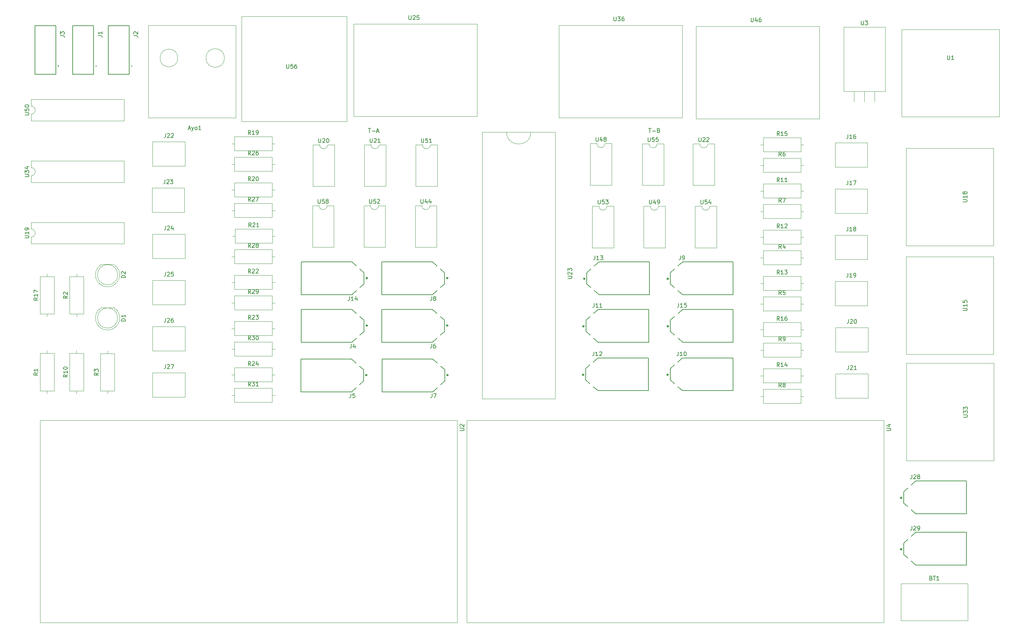
<source format=gbr>
%TF.GenerationSoftware,KiCad,Pcbnew,(5.1.10)-1*%
%TF.CreationDate,2021-12-21T23:50:08-05:00*%
%TF.ProjectId,CaelusPCB,4361656c-7573-4504-9342-2e6b69636164,rev?*%
%TF.SameCoordinates,Original*%
%TF.FileFunction,Legend,Top*%
%TF.FilePolarity,Positive*%
%FSLAX46Y46*%
G04 Gerber Fmt 4.6, Leading zero omitted, Abs format (unit mm)*
G04 Created by KiCad (PCBNEW (5.1.10)-1) date 2021-12-21 23:50:08*
%MOMM*%
%LPD*%
G01*
G04 APERTURE LIST*
%ADD10C,0.150000*%
%ADD11C,0.120000*%
%ADD12C,0.127000*%
%ADD13C,0.200000*%
%ADD14C,0.300000*%
G04 APERTURE END LIST*
D10*
X208653238Y-126706380D02*
X209224666Y-126706380D01*
X208938952Y-127706380D02*
X208938952Y-126706380D01*
X209558000Y-127325428D02*
X210319904Y-127325428D01*
X211129428Y-127182571D02*
X211272285Y-127230190D01*
X211319904Y-127277809D01*
X211367523Y-127373047D01*
X211367523Y-127515904D01*
X211319904Y-127611142D01*
X211272285Y-127658761D01*
X211177047Y-127706380D01*
X210796095Y-127706380D01*
X210796095Y-126706380D01*
X211129428Y-126706380D01*
X211224666Y-126754000D01*
X211272285Y-126801619D01*
X211319904Y-126896857D01*
X211319904Y-126992095D01*
X211272285Y-127087333D01*
X211224666Y-127134952D01*
X211129428Y-127182571D01*
X210796095Y-127182571D01*
X139382666Y-126706380D02*
X139954095Y-126706380D01*
X139668380Y-127706380D02*
X139668380Y-126706380D01*
X140287428Y-127325428D02*
X141049333Y-127325428D01*
X141477904Y-127420666D02*
X141954095Y-127420666D01*
X141382666Y-127706380D02*
X141716000Y-126706380D01*
X142049333Y-127706380D01*
D11*
%TO.C,U50*%
X56074000Y-123141000D02*
X56074000Y-124791000D01*
X56074000Y-124791000D02*
X79054000Y-124791000D01*
X79054000Y-124791000D02*
X79054000Y-119491000D01*
X79054000Y-119491000D02*
X56074000Y-119491000D01*
X56074000Y-119491000D02*
X56074000Y-121141000D01*
X56074000Y-121141000D02*
G75*
G02*
X56074000Y-123141000I0J-1000000D01*
G01*
%TO.C,U4*%
X266700000Y-248920000D02*
X163700000Y-248920000D01*
X266700000Y-198920000D02*
X266700000Y-248920000D01*
X266700000Y-198920000D02*
X163700000Y-198920000D01*
X163700000Y-248920000D02*
X163700000Y-198920000D01*
%TO.C,J27*%
X86090000Y-193130000D02*
X86090000Y-187130000D01*
X94090000Y-193130000D02*
X86090000Y-193130000D01*
X94090000Y-187130000D02*
X94090000Y-193130000D01*
X86090000Y-187130000D02*
X94090000Y-187130000D01*
%TO.C,J26*%
X86090000Y-181700000D02*
X86090000Y-175700000D01*
X94090000Y-181700000D02*
X86090000Y-181700000D01*
X94090000Y-175700000D02*
X94090000Y-181700000D01*
X86090000Y-175700000D02*
X94090000Y-175700000D01*
%TO.C,J25*%
X86090000Y-170270000D02*
X86090000Y-164270000D01*
X94090000Y-170270000D02*
X86090000Y-170270000D01*
X94090000Y-164270000D02*
X94090000Y-170270000D01*
X86090000Y-164270000D02*
X94090000Y-164270000D01*
%TO.C,J24*%
X86090000Y-158840000D02*
X86090000Y-152840000D01*
X94090000Y-158840000D02*
X86090000Y-158840000D01*
X94090000Y-152840000D02*
X94090000Y-158840000D01*
X86090000Y-152840000D02*
X94090000Y-152840000D01*
%TO.C,J23*%
X85940000Y-147410000D02*
X85940000Y-141410000D01*
X93940000Y-147410000D02*
X85940000Y-147410000D01*
X93940000Y-141410000D02*
X93940000Y-147410000D01*
X85940000Y-141410000D02*
X93940000Y-141410000D01*
%TO.C,J22*%
X86090000Y-135980000D02*
X86090000Y-129980000D01*
X94090000Y-135980000D02*
X86090000Y-135980000D01*
X94090000Y-129980000D02*
X94090000Y-135980000D01*
X86090000Y-129980000D02*
X94090000Y-129980000D01*
%TO.C,J21*%
X254827000Y-193400000D02*
X254827000Y-187400000D01*
X262827000Y-193400000D02*
X254827000Y-193400000D01*
X262827000Y-187400000D02*
X262827000Y-193400000D01*
X254827000Y-187400000D02*
X262827000Y-187400000D01*
%TO.C,J20*%
X254827000Y-181970000D02*
X254827000Y-175970000D01*
X262827000Y-181970000D02*
X254827000Y-181970000D01*
X262827000Y-175970000D02*
X262827000Y-181970000D01*
X254827000Y-175970000D02*
X262827000Y-175970000D01*
%TO.C,J19*%
X254677000Y-170540000D02*
X254677000Y-164540000D01*
X262677000Y-170540000D02*
X254677000Y-170540000D01*
X262677000Y-164540000D02*
X262677000Y-170540000D01*
X254677000Y-164540000D02*
X262677000Y-164540000D01*
%TO.C,J18*%
X254677000Y-159110000D02*
X254677000Y-153110000D01*
X262677000Y-159110000D02*
X254677000Y-159110000D01*
X262677000Y-153110000D02*
X262677000Y-159110000D01*
X254677000Y-153110000D02*
X262677000Y-153110000D01*
%TO.C,J17*%
X254677000Y-147680000D02*
X254677000Y-141680000D01*
X262677000Y-147680000D02*
X254677000Y-147680000D01*
X262677000Y-141680000D02*
X262677000Y-147680000D01*
X254677000Y-141680000D02*
X262677000Y-141680000D01*
%TO.C,J16*%
X254677000Y-136250000D02*
X254677000Y-130250000D01*
X262677000Y-136250000D02*
X254677000Y-136250000D01*
X262677000Y-130250000D02*
X262677000Y-136250000D01*
X254677000Y-130250000D02*
X262677000Y-130250000D01*
%TO.C,U34*%
X56074000Y-134731000D02*
X56074000Y-136381000D01*
X79054000Y-134731000D02*
X56074000Y-134731000D01*
X79054000Y-140031000D02*
X79054000Y-134731000D01*
X56074000Y-140031000D02*
X79054000Y-140031000D01*
X56074000Y-138381000D02*
X56074000Y-140031000D01*
X56074000Y-136381000D02*
G75*
G02*
X56074000Y-138381000I0J-1000000D01*
G01*
%TO.C,R1*%
X59995001Y-181644999D02*
X59995001Y-182334999D01*
X59995001Y-192264999D02*
X59995001Y-191574999D01*
X58275001Y-182334999D02*
X58275001Y-191574999D01*
X61715001Y-182334999D02*
X58275001Y-182334999D01*
X61715001Y-191574999D02*
X61715001Y-182334999D01*
X58275001Y-191574999D02*
X61715001Y-191574999D01*
%TO.C,U23*%
X185530000Y-193560000D02*
X185530000Y-127560000D01*
X167530000Y-193560000D02*
X185530000Y-193560000D01*
X167530000Y-127560000D02*
X167530000Y-193560000D01*
X167530000Y-127560000D02*
X185530000Y-127560000D01*
X179530000Y-127560000D02*
G75*
G02*
X173530000Y-127560000I-3000000J0D01*
G01*
%TO.C,Ayo1*%
X92319200Y-109262800D02*
G75*
G03*
X92319200Y-109262800I-2200000J0D01*
G01*
X103849200Y-109262800D02*
G75*
G03*
X103849200Y-109262800I-2300000J0D01*
G01*
X85039200Y-124002800D02*
X85039200Y-101142800D01*
X106629200Y-124002800D02*
X85039200Y-124002800D01*
X106629200Y-101142800D02*
X106629200Y-124002800D01*
X85039200Y-101142800D02*
X106629200Y-101142800D01*
%TO.C,BT1*%
X287439920Y-239240060D02*
X287439920Y-248439940D01*
X270940080Y-239240060D02*
X287439920Y-239240060D01*
X270940080Y-248439940D02*
X270940080Y-239240060D01*
X287439920Y-248439940D02*
X270940080Y-248439940D01*
%TO.C,D1*%
X76499999Y-171014999D02*
X73409999Y-171014999D01*
X77454999Y-173574999D02*
G75*
G03*
X77454999Y-173574999I-2500000J0D01*
G01*
X74954537Y-176564999D02*
G75*
G03*
X76499829Y-171014999I462J2990000D01*
G01*
X74955461Y-176564999D02*
G75*
G02*
X73410169Y-171014999I-462J2990000D01*
G01*
%TO.C,D2*%
X77454999Y-162880000D02*
G75*
G03*
X77454999Y-162880000I-2500000J0D01*
G01*
X76499999Y-160320000D02*
X73409999Y-160320000D01*
X74955461Y-165870000D02*
G75*
G02*
X73410169Y-160320000I-462J2990000D01*
G01*
X74954537Y-165870000D02*
G75*
G03*
X76499829Y-160320000I462J2990000D01*
G01*
D12*
%TO.C,J1*%
X66310000Y-101234000D02*
X71510000Y-101234000D01*
X71510000Y-101234000D02*
X71510000Y-113260000D01*
X71510000Y-113260000D02*
X66310000Y-113260000D01*
X66310000Y-113260000D02*
X66310000Y-101234000D01*
D13*
X72210000Y-111260000D02*
G75*
G03*
X72210000Y-111260000I-100000J0D01*
G01*
D12*
%TO.C,J2*%
X75136500Y-101238500D02*
X80336500Y-101238500D01*
X80336500Y-101238500D02*
X80336500Y-113264500D01*
X80336500Y-113264500D02*
X75136500Y-113264500D01*
X75136500Y-113264500D02*
X75136500Y-101238500D01*
D13*
X81036500Y-111264500D02*
G75*
G03*
X81036500Y-111264500I-100000J0D01*
G01*
%TO.C,J3*%
X62875500Y-111264500D02*
G75*
G03*
X62875500Y-111264500I-100000J0D01*
G01*
D12*
X56975500Y-113264500D02*
X56975500Y-101238500D01*
X62175500Y-113264500D02*
X56975500Y-113264500D01*
X62175500Y-101238500D02*
X62175500Y-113264500D01*
X56975500Y-101238500D02*
X62175500Y-101238500D01*
D14*
%TO.C,J4*%
X139138000Y-175424500D02*
G75*
G03*
X139138000Y-175424500I-150000J0D01*
G01*
D12*
X138338000Y-174124500D02*
X137318000Y-173224500D01*
X135338000Y-171474500D02*
X136468000Y-172474500D01*
X138338000Y-176924500D02*
X137318000Y-177824500D01*
X135338000Y-179574500D02*
X136468000Y-178574500D01*
X138338000Y-174124500D02*
X138338000Y-176924500D01*
X122838000Y-171474500D02*
X135338000Y-171474500D01*
X122838000Y-179574500D02*
X122838000Y-171474500D01*
X135338000Y-179574500D02*
X122838000Y-179574500D01*
%TO.C,J5*%
X135211000Y-191830000D02*
X122711000Y-191830000D01*
X122711000Y-191830000D02*
X122711000Y-183730000D01*
X122711000Y-183730000D02*
X135211000Y-183730000D01*
X138211000Y-186380000D02*
X138211000Y-189180000D01*
X135211000Y-191830000D02*
X136341000Y-190830000D01*
X138211000Y-189180000D02*
X137191000Y-190080000D01*
X135211000Y-183730000D02*
X136341000Y-184730000D01*
X138211000Y-186380000D02*
X137191000Y-185480000D01*
D14*
X139011000Y-187680000D02*
G75*
G03*
X139011000Y-187680000I-150000J0D01*
G01*
D12*
%TO.C,J6*%
X155198000Y-179574500D02*
X142698000Y-179574500D01*
X142698000Y-179574500D02*
X142698000Y-171474500D01*
X142698000Y-171474500D02*
X155198000Y-171474500D01*
X158198000Y-174124500D02*
X158198000Y-176924500D01*
X155198000Y-179574500D02*
X156328000Y-178574500D01*
X158198000Y-176924500D02*
X157178000Y-177824500D01*
X155198000Y-171474500D02*
X156328000Y-172474500D01*
X158198000Y-174124500D02*
X157178000Y-173224500D01*
D14*
X158998000Y-175424500D02*
G75*
G03*
X158998000Y-175424500I-150000J0D01*
G01*
%TO.C,J7*%
X159081000Y-187680000D02*
G75*
G03*
X159081000Y-187680000I-150000J0D01*
G01*
D12*
X158281000Y-186380000D02*
X157261000Y-185480000D01*
X155281000Y-183730000D02*
X156411000Y-184730000D01*
X158281000Y-189180000D02*
X157261000Y-190080000D01*
X155281000Y-191830000D02*
X156411000Y-190830000D01*
X158281000Y-186380000D02*
X158281000Y-189180000D01*
X142781000Y-183730000D02*
X155281000Y-183730000D01*
X142781000Y-191830000D02*
X142781000Y-183730000D01*
X155281000Y-191830000D02*
X142781000Y-191830000D01*
%TO.C,J8*%
X155198000Y-167827000D02*
X142698000Y-167827000D01*
X142698000Y-167827000D02*
X142698000Y-159727000D01*
X142698000Y-159727000D02*
X155198000Y-159727000D01*
X158198000Y-162377000D02*
X158198000Y-165177000D01*
X155198000Y-167827000D02*
X156328000Y-166827000D01*
X158198000Y-165177000D02*
X157178000Y-166077000D01*
X155198000Y-159727000D02*
X156328000Y-160727000D01*
X158198000Y-162377000D02*
X157178000Y-161477000D01*
D14*
X158998000Y-163677000D02*
G75*
G03*
X158998000Y-163677000I-150000J0D01*
G01*
%TO.C,J9*%
X213504000Y-163861000D02*
G75*
G03*
X213504000Y-163861000I-150000J0D01*
G01*
D12*
X214004000Y-165161000D02*
X215024000Y-166061000D01*
X217004000Y-167811000D02*
X215874000Y-166811000D01*
X214004000Y-162361000D02*
X215024000Y-161461000D01*
X217004000Y-159711000D02*
X215874000Y-160711000D01*
X214004000Y-165161000D02*
X214004000Y-162361000D01*
X229504000Y-167811000D02*
X217004000Y-167811000D01*
X229504000Y-159711000D02*
X229504000Y-167811000D01*
X217004000Y-159711000D02*
X229504000Y-159711000D01*
%TO.C,J10*%
X216960000Y-183460000D02*
X229460000Y-183460000D01*
X229460000Y-183460000D02*
X229460000Y-191560000D01*
X229460000Y-191560000D02*
X216960000Y-191560000D01*
X213960000Y-188910000D02*
X213960000Y-186110000D01*
X216960000Y-183460000D02*
X215830000Y-184460000D01*
X213960000Y-186110000D02*
X214980000Y-185210000D01*
X216960000Y-191560000D02*
X215830000Y-190560000D01*
X213960000Y-188910000D02*
X214980000Y-189810000D01*
D14*
X213460000Y-187610000D02*
G75*
G03*
X213460000Y-187610000I-150000J0D01*
G01*
%TO.C,J11*%
X192663500Y-175608500D02*
G75*
G03*
X192663500Y-175608500I-150000J0D01*
G01*
D12*
X193163500Y-176908500D02*
X194183500Y-177808500D01*
X196163500Y-179558500D02*
X195033500Y-178558500D01*
X193163500Y-174108500D02*
X194183500Y-173208500D01*
X196163500Y-171458500D02*
X195033500Y-172458500D01*
X193163500Y-176908500D02*
X193163500Y-174108500D01*
X208663500Y-179558500D02*
X196163500Y-179558500D01*
X208663500Y-171458500D02*
X208663500Y-179558500D01*
X196163500Y-171458500D02*
X208663500Y-171458500D01*
%TO.C,J12*%
X196100000Y-183460000D02*
X208600000Y-183460000D01*
X208600000Y-183460000D02*
X208600000Y-191560000D01*
X208600000Y-191560000D02*
X196100000Y-191560000D01*
X193100000Y-188910000D02*
X193100000Y-186110000D01*
X196100000Y-183460000D02*
X194970000Y-184460000D01*
X193100000Y-186110000D02*
X194120000Y-185210000D01*
X196100000Y-191560000D02*
X194970000Y-190560000D01*
X193100000Y-188910000D02*
X194120000Y-189810000D01*
D14*
X192600000Y-187610000D02*
G75*
G03*
X192600000Y-187610000I-150000J0D01*
G01*
%TO.C,J13*%
X192854000Y-163861000D02*
G75*
G03*
X192854000Y-163861000I-150000J0D01*
G01*
D12*
X193354000Y-165161000D02*
X194374000Y-166061000D01*
X196354000Y-167811000D02*
X195224000Y-166811000D01*
X193354000Y-162361000D02*
X194374000Y-161461000D01*
X196354000Y-159711000D02*
X195224000Y-160711000D01*
X193354000Y-165161000D02*
X193354000Y-162361000D01*
X208854000Y-167811000D02*
X196354000Y-167811000D01*
X208854000Y-159711000D02*
X208854000Y-167811000D01*
X196354000Y-159711000D02*
X208854000Y-159711000D01*
%TO.C,J14*%
X135338000Y-167827000D02*
X122838000Y-167827000D01*
X122838000Y-167827000D02*
X122838000Y-159727000D01*
X122838000Y-159727000D02*
X135338000Y-159727000D01*
X138338000Y-162377000D02*
X138338000Y-165177000D01*
X135338000Y-167827000D02*
X136468000Y-166827000D01*
X138338000Y-165177000D02*
X137318000Y-166077000D01*
X135338000Y-159727000D02*
X136468000Y-160727000D01*
X138338000Y-162377000D02*
X137318000Y-161477000D01*
D14*
X139138000Y-163677000D02*
G75*
G03*
X139138000Y-163677000I-150000J0D01*
G01*
%TO.C,J15*%
X213523500Y-175608500D02*
G75*
G03*
X213523500Y-175608500I-150000J0D01*
G01*
D12*
X214023500Y-176908500D02*
X215043500Y-177808500D01*
X217023500Y-179558500D02*
X215893500Y-178558500D01*
X214023500Y-174108500D02*
X215043500Y-173208500D01*
X217023500Y-171458500D02*
X215893500Y-172458500D01*
X214023500Y-176908500D02*
X214023500Y-174108500D01*
X229523500Y-179558500D02*
X217023500Y-179558500D01*
X229523500Y-171458500D02*
X229523500Y-179558500D01*
X217023500Y-171458500D02*
X229523500Y-171458500D01*
D14*
%TO.C,J28*%
X271150000Y-218060000D02*
G75*
G03*
X271150000Y-218060000I-150000J0D01*
G01*
D12*
X271650000Y-219360000D02*
X272670000Y-220260000D01*
X274650000Y-222010000D02*
X273520000Y-221010000D01*
X271650000Y-216560000D02*
X272670000Y-215660000D01*
X274650000Y-213910000D02*
X273520000Y-214910000D01*
X271650000Y-219360000D02*
X271650000Y-216560000D01*
X287150000Y-222010000D02*
X274650000Y-222010000D01*
X287150000Y-213910000D02*
X287150000Y-222010000D01*
X274650000Y-213910000D02*
X287150000Y-213910000D01*
%TO.C,J29*%
X274650000Y-226610000D02*
X287150000Y-226610000D01*
X287150000Y-226610000D02*
X287150000Y-234710000D01*
X287150000Y-234710000D02*
X274650000Y-234710000D01*
X271650000Y-232060000D02*
X271650000Y-229260000D01*
X274650000Y-226610000D02*
X273520000Y-227610000D01*
X271650000Y-229260000D02*
X272670000Y-228360000D01*
X274650000Y-234710000D02*
X273520000Y-233710000D01*
X271650000Y-232060000D02*
X272670000Y-232960000D01*
D14*
X271150000Y-230760000D02*
G75*
G03*
X271150000Y-230760000I-150000J0D01*
G01*
D11*
%TO.C,R2*%
X65590000Y-172580000D02*
X69030000Y-172580000D01*
X69030000Y-172580000D02*
X69030000Y-163340000D01*
X69030000Y-163340000D02*
X65590000Y-163340000D01*
X65590000Y-163340000D02*
X65590000Y-172580000D01*
X67310000Y-173270000D02*
X67310000Y-172580000D01*
X67310000Y-162650000D02*
X67310000Y-163340000D01*
%TO.C,R3*%
X73210000Y-191630000D02*
X76650000Y-191630000D01*
X76650000Y-191630000D02*
X76650000Y-182390000D01*
X76650000Y-182390000D02*
X73210000Y-182390000D01*
X73210000Y-182390000D02*
X73210000Y-191630000D01*
X74930000Y-192320000D02*
X74930000Y-191630000D01*
X74930000Y-181700000D02*
X74930000Y-182390000D01*
%TO.C,R4*%
X246897000Y-158650000D02*
X246207000Y-158650000D01*
X236277000Y-158650000D02*
X236967000Y-158650000D01*
X246207000Y-156930000D02*
X236967000Y-156930000D01*
X246207000Y-160370000D02*
X246207000Y-156930000D01*
X236967000Y-160370000D02*
X246207000Y-160370000D01*
X236967000Y-156930000D02*
X236967000Y-160370000D01*
%TO.C,R5*%
X246897000Y-170080000D02*
X246207000Y-170080000D01*
X236277000Y-170080000D02*
X236967000Y-170080000D01*
X246207000Y-168360000D02*
X236967000Y-168360000D01*
X246207000Y-171800000D02*
X246207000Y-168360000D01*
X236967000Y-171800000D02*
X246207000Y-171800000D01*
X236967000Y-168360000D02*
X236967000Y-171800000D01*
%TO.C,R6*%
X236967000Y-134070000D02*
X236967000Y-137510000D01*
X236967000Y-137510000D02*
X246207000Y-137510000D01*
X246207000Y-137510000D02*
X246207000Y-134070000D01*
X246207000Y-134070000D02*
X236967000Y-134070000D01*
X236277000Y-135790000D02*
X236967000Y-135790000D01*
X246897000Y-135790000D02*
X246207000Y-135790000D01*
%TO.C,R7*%
X236967000Y-145500000D02*
X236967000Y-148940000D01*
X236967000Y-148940000D02*
X246207000Y-148940000D01*
X246207000Y-148940000D02*
X246207000Y-145500000D01*
X246207000Y-145500000D02*
X236967000Y-145500000D01*
X236277000Y-147220000D02*
X236967000Y-147220000D01*
X246897000Y-147220000D02*
X246207000Y-147220000D01*
%TO.C,R8*%
X246897000Y-192940000D02*
X246207000Y-192940000D01*
X236277000Y-192940000D02*
X236967000Y-192940000D01*
X246207000Y-191220000D02*
X236967000Y-191220000D01*
X246207000Y-194660000D02*
X246207000Y-191220000D01*
X236967000Y-194660000D02*
X246207000Y-194660000D01*
X236967000Y-191220000D02*
X236967000Y-194660000D01*
%TO.C,R9*%
X236967000Y-179790000D02*
X236967000Y-183230000D01*
X236967000Y-183230000D02*
X246207000Y-183230000D01*
X246207000Y-183230000D02*
X246207000Y-179790000D01*
X246207000Y-179790000D02*
X236967000Y-179790000D01*
X236277000Y-181510000D02*
X236967000Y-181510000D01*
X246897000Y-181510000D02*
X246207000Y-181510000D01*
%TO.C,R10*%
X67285001Y-181644999D02*
X67285001Y-182334999D01*
X67285001Y-192264999D02*
X67285001Y-191574999D01*
X65565001Y-182334999D02*
X65565001Y-191574999D01*
X69005001Y-182334999D02*
X65565001Y-182334999D01*
X69005001Y-191574999D02*
X69005001Y-182334999D01*
X65565001Y-191574999D02*
X69005001Y-191574999D01*
%TO.C,R11*%
X236967000Y-140420000D02*
X236967000Y-143860000D01*
X236967000Y-143860000D02*
X246207000Y-143860000D01*
X246207000Y-143860000D02*
X246207000Y-140420000D01*
X246207000Y-140420000D02*
X236967000Y-140420000D01*
X236277000Y-142140000D02*
X236967000Y-142140000D01*
X246897000Y-142140000D02*
X246207000Y-142140000D01*
%TO.C,R12*%
X236967000Y-151850000D02*
X236967000Y-155290000D01*
X236967000Y-155290000D02*
X246207000Y-155290000D01*
X246207000Y-155290000D02*
X246207000Y-151850000D01*
X246207000Y-151850000D02*
X236967000Y-151850000D01*
X236277000Y-153570000D02*
X236967000Y-153570000D01*
X246897000Y-153570000D02*
X246207000Y-153570000D01*
%TO.C,R13*%
X236967000Y-163280000D02*
X236967000Y-166720000D01*
X236967000Y-166720000D02*
X246207000Y-166720000D01*
X246207000Y-166720000D02*
X246207000Y-163280000D01*
X246207000Y-163280000D02*
X236967000Y-163280000D01*
X236277000Y-165000000D02*
X236967000Y-165000000D01*
X246897000Y-165000000D02*
X246207000Y-165000000D01*
%TO.C,R14*%
X236967000Y-186140000D02*
X236967000Y-189580000D01*
X236967000Y-189580000D02*
X246207000Y-189580000D01*
X246207000Y-189580000D02*
X246207000Y-186140000D01*
X246207000Y-186140000D02*
X236967000Y-186140000D01*
X236277000Y-187860000D02*
X236967000Y-187860000D01*
X246897000Y-187860000D02*
X246207000Y-187860000D01*
%TO.C,R15*%
X246897000Y-130710000D02*
X246207000Y-130710000D01*
X236277000Y-130710000D02*
X236967000Y-130710000D01*
X246207000Y-128990000D02*
X236967000Y-128990000D01*
X246207000Y-132430000D02*
X246207000Y-128990000D01*
X236967000Y-132430000D02*
X246207000Y-132430000D01*
X236967000Y-128990000D02*
X236967000Y-132430000D01*
%TO.C,R16*%
X246897000Y-176430000D02*
X246207000Y-176430000D01*
X236277000Y-176430000D02*
X236967000Y-176430000D01*
X246207000Y-174710000D02*
X236967000Y-174710000D01*
X246207000Y-178150000D02*
X246207000Y-174710000D01*
X236967000Y-178150000D02*
X246207000Y-178150000D01*
X236967000Y-174710000D02*
X236967000Y-178150000D01*
%TO.C,R17*%
X59995001Y-162650000D02*
X59995001Y-163340000D01*
X59995001Y-173270000D02*
X59995001Y-172580000D01*
X58275001Y-163340000D02*
X58275001Y-172580000D01*
X61715001Y-163340000D02*
X58275001Y-163340000D01*
X61715001Y-172580000D02*
X61715001Y-163340000D01*
X58275001Y-172580000D02*
X61715001Y-172580000D01*
%TO.C,R19*%
X106330000Y-128720000D02*
X106330000Y-132160000D01*
X106330000Y-132160000D02*
X115570000Y-132160000D01*
X115570000Y-132160000D02*
X115570000Y-128720000D01*
X115570000Y-128720000D02*
X106330000Y-128720000D01*
X105640000Y-130440000D02*
X106330000Y-130440000D01*
X116260000Y-130440000D02*
X115570000Y-130440000D01*
%TO.C,R20*%
X116260000Y-141870000D02*
X115570000Y-141870000D01*
X105640000Y-141870000D02*
X106330000Y-141870000D01*
X115570000Y-140150000D02*
X106330000Y-140150000D01*
X115570000Y-143590000D02*
X115570000Y-140150000D01*
X106330000Y-143590000D02*
X115570000Y-143590000D01*
X106330000Y-140150000D02*
X106330000Y-143590000D01*
%TO.C,R21*%
X106445001Y-151580000D02*
X106445001Y-155020000D01*
X106445001Y-155020000D02*
X115685001Y-155020000D01*
X115685001Y-155020000D02*
X115685001Y-151580000D01*
X115685001Y-151580000D02*
X106445001Y-151580000D01*
X105755001Y-153300000D02*
X106445001Y-153300000D01*
X116375001Y-153300000D02*
X115685001Y-153300000D01*
%TO.C,R22*%
X106330000Y-163010000D02*
X106330000Y-166450000D01*
X106330000Y-166450000D02*
X115570000Y-166450000D01*
X115570000Y-166450000D02*
X115570000Y-163010000D01*
X115570000Y-163010000D02*
X106330000Y-163010000D01*
X105640000Y-164730000D02*
X106330000Y-164730000D01*
X116260000Y-164730000D02*
X115570000Y-164730000D01*
%TO.C,R23*%
X106330000Y-174440000D02*
X106330000Y-177880000D01*
X106330000Y-177880000D02*
X115570000Y-177880000D01*
X115570000Y-177880000D02*
X115570000Y-174440000D01*
X115570000Y-174440000D02*
X106330000Y-174440000D01*
X105640000Y-176160000D02*
X106330000Y-176160000D01*
X116260000Y-176160000D02*
X115570000Y-176160000D01*
%TO.C,R24*%
X116260000Y-187590000D02*
X115570000Y-187590000D01*
X105640000Y-187590000D02*
X106330000Y-187590000D01*
X115570000Y-185870000D02*
X106330000Y-185870000D01*
X115570000Y-189310000D02*
X115570000Y-185870000D01*
X106330000Y-189310000D02*
X115570000Y-189310000D01*
X106330000Y-185870000D02*
X106330000Y-189310000D01*
%TO.C,R26*%
X116260000Y-135520000D02*
X115570000Y-135520000D01*
X105640000Y-135520000D02*
X106330000Y-135520000D01*
X115570000Y-133800000D02*
X106330000Y-133800000D01*
X115570000Y-137240000D02*
X115570000Y-133800000D01*
X106330000Y-137240000D02*
X115570000Y-137240000D01*
X106330000Y-133800000D02*
X106330000Y-137240000D01*
%TO.C,R27*%
X116260000Y-146950000D02*
X115570000Y-146950000D01*
X105640000Y-146950000D02*
X106330000Y-146950000D01*
X115570000Y-145230000D02*
X106330000Y-145230000D01*
X115570000Y-148670000D02*
X115570000Y-145230000D01*
X106330000Y-148670000D02*
X115570000Y-148670000D01*
X106330000Y-145230000D02*
X106330000Y-148670000D01*
%TO.C,R28*%
X116260000Y-158380000D02*
X115570000Y-158380000D01*
X105640000Y-158380000D02*
X106330000Y-158380000D01*
X115570000Y-156660000D02*
X106330000Y-156660000D01*
X115570000Y-160100000D02*
X115570000Y-156660000D01*
X106330000Y-160100000D02*
X115570000Y-160100000D01*
X106330000Y-156660000D02*
X106330000Y-160100000D01*
%TO.C,R29*%
X116260000Y-169810000D02*
X115570000Y-169810000D01*
X105640000Y-169810000D02*
X106330000Y-169810000D01*
X115570000Y-168090000D02*
X106330000Y-168090000D01*
X115570000Y-171530000D02*
X115570000Y-168090000D01*
X106330000Y-171530000D02*
X115570000Y-171530000D01*
X106330000Y-168090000D02*
X106330000Y-171530000D01*
%TO.C,R30*%
X116260000Y-181240000D02*
X115570000Y-181240000D01*
X105640000Y-181240000D02*
X106330000Y-181240000D01*
X115570000Y-179520000D02*
X106330000Y-179520000D01*
X115570000Y-182960000D02*
X115570000Y-179520000D01*
X106330000Y-182960000D02*
X115570000Y-182960000D01*
X106330000Y-179520000D02*
X106330000Y-182960000D01*
%TO.C,R31*%
X106330000Y-190950000D02*
X106330000Y-194390000D01*
X106330000Y-194390000D02*
X115570000Y-194390000D01*
X115570000Y-194390000D02*
X115570000Y-190950000D01*
X115570000Y-190950000D02*
X106330000Y-190950000D01*
X105640000Y-192670000D02*
X106330000Y-192670000D01*
X116260000Y-192670000D02*
X115570000Y-192670000D01*
%TO.C,U1*%
X271145000Y-102235000D02*
X271145000Y-123825000D01*
X271145000Y-102235000D02*
X295275000Y-102235000D01*
X295275000Y-102235000D02*
X295275000Y-123825000D01*
X271145000Y-123825000D02*
X295275000Y-123825000D01*
%TO.C,U3*%
X264464800Y-117518800D02*
X264464800Y-120058800D01*
X261924800Y-117518800D02*
X261924800Y-120058800D01*
X259384800Y-117518800D02*
X259384800Y-120058800D01*
X267044800Y-101628800D02*
X267044800Y-117518800D01*
X256804800Y-101628800D02*
X256804800Y-117518800D01*
X256804800Y-101628800D02*
X267044800Y-101628800D01*
X256804800Y-117518800D02*
X267044800Y-117518800D01*
%TO.C,U15*%
X293814500Y-158432500D02*
X272224500Y-158432500D01*
X293814500Y-158432500D02*
X293814500Y-182562500D01*
X293814500Y-182562500D02*
X272224500Y-182562500D01*
X272224500Y-158432500D02*
X272224500Y-182562500D01*
%TO.C,U18*%
X272224500Y-131572000D02*
X272224500Y-155702000D01*
X293814500Y-155702000D02*
X272224500Y-155702000D01*
X293814500Y-131572000D02*
X293814500Y-155702000D01*
X293814500Y-131572000D02*
X272224500Y-131572000D01*
%TO.C,U19*%
X56079001Y-149915999D02*
X56079001Y-151565999D01*
X79059001Y-149915999D02*
X56079001Y-149915999D01*
X79059001Y-155215999D02*
X79059001Y-149915999D01*
X56079001Y-155215999D02*
X79059001Y-155215999D01*
X56079001Y-153565999D02*
X56079001Y-155215999D01*
X56079001Y-151565999D02*
G75*
G02*
X56079001Y-153565999I0J-1000000D01*
G01*
%TO.C,U20*%
X127333500Y-130717001D02*
X125683500Y-130717001D01*
X125683500Y-130717001D02*
X125683500Y-140997001D01*
X125683500Y-140997001D02*
X130983500Y-140997001D01*
X130983500Y-140997001D02*
X130983500Y-130717001D01*
X130983500Y-130717001D02*
X129333500Y-130717001D01*
X129333500Y-130717001D02*
G75*
G02*
X127333500Y-130717001I-1000000J0D01*
G01*
%TO.C,U21*%
X140033500Y-130717001D02*
X138383500Y-130717001D01*
X138383500Y-130717001D02*
X138383500Y-140997001D01*
X138383500Y-140997001D02*
X143683500Y-140997001D01*
X143683500Y-140997001D02*
X143683500Y-130717001D01*
X143683500Y-130717001D02*
X142033500Y-130717001D01*
X142033500Y-130717001D02*
G75*
G02*
X140033500Y-130717001I-1000000J0D01*
G01*
%TO.C,U22*%
X224900000Y-130478501D02*
X223250000Y-130478501D01*
X224900000Y-140758501D02*
X224900000Y-130478501D01*
X219600000Y-140758501D02*
X224900000Y-140758501D01*
X219600000Y-130478501D02*
X219600000Y-140758501D01*
X221250000Y-130478501D02*
X219600000Y-130478501D01*
X223250000Y-130478501D02*
G75*
G02*
X221250000Y-130478501I-1000000J0D01*
G01*
%TO.C,U25*%
X135788400Y-123698000D02*
X135788400Y-100838000D01*
X135788400Y-100838000D02*
X166268400Y-100838000D01*
X166268400Y-123698000D02*
X166268400Y-100838000D01*
X166268400Y-123698000D02*
X135788400Y-123698000D01*
%TO.C,U33*%
X272335000Y-184785000D02*
X272335000Y-208915000D01*
X293925000Y-208915000D02*
X272335000Y-208915000D01*
X293925000Y-184785000D02*
X293925000Y-208915000D01*
X293925000Y-184785000D02*
X272335000Y-184785000D01*
%TO.C,U36*%
X216916000Y-124002800D02*
X186436000Y-124002800D01*
X216916000Y-124002800D02*
X216916000Y-101142800D01*
X186436000Y-101142800D02*
X216916000Y-101142800D01*
X186436000Y-124002800D02*
X186436000Y-101142800D01*
%TO.C,U44*%
X156256500Y-145766501D02*
X154606500Y-145766501D01*
X156256500Y-156046501D02*
X156256500Y-145766501D01*
X150956500Y-156046501D02*
X156256500Y-156046501D01*
X150956500Y-145766501D02*
X150956500Y-156046501D01*
X152606500Y-145766501D02*
X150956500Y-145766501D01*
X154606500Y-145766501D02*
G75*
G02*
X152606500Y-145766501I-1000000J0D01*
G01*
%TO.C,U46*%
X220319600Y-124256800D02*
X220319600Y-101396800D01*
X220319600Y-101396800D02*
X250799600Y-101396800D01*
X250799600Y-124256800D02*
X250799600Y-101396800D01*
X250799600Y-124256800D02*
X220319600Y-124256800D01*
%TO.C,U48*%
X195850000Y-130413500D02*
X194200000Y-130413500D01*
X194200000Y-130413500D02*
X194200000Y-140693500D01*
X194200000Y-140693500D02*
X199500000Y-140693500D01*
X199500000Y-140693500D02*
X199500000Y-130413500D01*
X199500000Y-130413500D02*
X197850000Y-130413500D01*
X197850000Y-130413500D02*
G75*
G02*
X195850000Y-130413500I-1000000J0D01*
G01*
%TO.C,U49*%
X212708000Y-145907500D02*
X211058000Y-145907500D01*
X212708000Y-156187500D02*
X212708000Y-145907500D01*
X207408000Y-156187500D02*
X212708000Y-156187500D01*
X207408000Y-145907500D02*
X207408000Y-156187500D01*
X209058000Y-145907500D02*
X207408000Y-145907500D01*
X211058000Y-145907500D02*
G75*
G02*
X209058000Y-145907500I-1000000J0D01*
G01*
%TO.C,U51*%
X152733500Y-130717001D02*
X151083500Y-130717001D01*
X151083500Y-130717001D02*
X151083500Y-140997001D01*
X151083500Y-140997001D02*
X156383500Y-140997001D01*
X156383500Y-140997001D02*
X156383500Y-130717001D01*
X156383500Y-130717001D02*
X154733500Y-130717001D01*
X154733500Y-130717001D02*
G75*
G02*
X152733500Y-130717001I-1000000J0D01*
G01*
%TO.C,U52*%
X139906500Y-145766501D02*
X138256500Y-145766501D01*
X138256500Y-145766501D02*
X138256500Y-156046501D01*
X138256500Y-156046501D02*
X143556500Y-156046501D01*
X143556500Y-156046501D02*
X143556500Y-145766501D01*
X143556500Y-145766501D02*
X141906500Y-145766501D01*
X141906500Y-145766501D02*
G75*
G02*
X139906500Y-145766501I-1000000J0D01*
G01*
%TO.C,U53*%
X200008000Y-145907500D02*
X198358000Y-145907500D01*
X200008000Y-156187500D02*
X200008000Y-145907500D01*
X194708000Y-156187500D02*
X200008000Y-156187500D01*
X194708000Y-145907500D02*
X194708000Y-156187500D01*
X196358000Y-145907500D02*
X194708000Y-145907500D01*
X198358000Y-145907500D02*
G75*
G02*
X196358000Y-145907500I-1000000J0D01*
G01*
%TO.C,U54*%
X221758000Y-145907500D02*
X220108000Y-145907500D01*
X220108000Y-145907500D02*
X220108000Y-156187500D01*
X220108000Y-156187500D02*
X225408000Y-156187500D01*
X225408000Y-156187500D02*
X225408000Y-145907500D01*
X225408000Y-145907500D02*
X223758000Y-145907500D01*
X223758000Y-145907500D02*
G75*
G02*
X221758000Y-145907500I-1000000J0D01*
G01*
%TO.C,U55*%
X212365001Y-130478501D02*
X210715001Y-130478501D01*
X212365001Y-140758501D02*
X212365001Y-130478501D01*
X207065001Y-140758501D02*
X212365001Y-140758501D01*
X207065001Y-130478501D02*
X207065001Y-140758501D01*
X208715001Y-130478501D02*
X207065001Y-130478501D01*
X210715001Y-130478501D02*
G75*
G02*
X208715001Y-130478501I-1000000J0D01*
G01*
%TO.C,U56*%
X134056400Y-99014000D02*
X134056400Y-125014000D01*
X134056400Y-99014000D02*
X108056400Y-99014000D01*
X108056400Y-99014000D02*
X108056400Y-125014000D01*
X134056400Y-125014000D02*
X108056400Y-125014000D01*
%TO.C,U58*%
X130856500Y-145766501D02*
X129206500Y-145766501D01*
X130856500Y-156046501D02*
X130856500Y-145766501D01*
X125556500Y-156046501D02*
X130856500Y-156046501D01*
X125556500Y-145766501D02*
X125556500Y-156046501D01*
X127206500Y-145766501D02*
X125556500Y-145766501D01*
X129206500Y-145766501D02*
G75*
G02*
X127206500Y-145766501I-1000000J0D01*
G01*
%TO.C,U2*%
X58290000Y-248920000D02*
X58290000Y-198920000D01*
X161290000Y-198920000D02*
X58290000Y-198920000D01*
X161290000Y-198920000D02*
X161290000Y-248920000D01*
X161290000Y-248920000D02*
X58290000Y-248920000D01*
%TO.C,U50*%
D10*
X54526380Y-123379095D02*
X55335904Y-123379095D01*
X55431142Y-123331476D01*
X55478761Y-123283857D01*
X55526380Y-123188619D01*
X55526380Y-122998142D01*
X55478761Y-122902904D01*
X55431142Y-122855285D01*
X55335904Y-122807666D01*
X54526380Y-122807666D01*
X54526380Y-121855285D02*
X54526380Y-122331476D01*
X55002571Y-122379095D01*
X54954952Y-122331476D01*
X54907333Y-122236238D01*
X54907333Y-121998142D01*
X54954952Y-121902904D01*
X55002571Y-121855285D01*
X55097809Y-121807666D01*
X55335904Y-121807666D01*
X55431142Y-121855285D01*
X55478761Y-121902904D01*
X55526380Y-121998142D01*
X55526380Y-122236238D01*
X55478761Y-122331476D01*
X55431142Y-122379095D01*
X54526380Y-121188619D02*
X54526380Y-121093380D01*
X54574000Y-120998142D01*
X54621619Y-120950523D01*
X54716857Y-120902904D01*
X54907333Y-120855285D01*
X55145428Y-120855285D01*
X55335904Y-120902904D01*
X55431142Y-120950523D01*
X55478761Y-120998142D01*
X55526380Y-121093380D01*
X55526380Y-121188619D01*
X55478761Y-121283857D01*
X55431142Y-121331476D01*
X55335904Y-121379095D01*
X55145428Y-121426714D01*
X54907333Y-121426714D01*
X54716857Y-121379095D01*
X54621619Y-121331476D01*
X54574000Y-121283857D01*
X54526380Y-121188619D01*
%TO.C,U4*%
X267422380Y-201421904D02*
X268231904Y-201421904D01*
X268327142Y-201374285D01*
X268374761Y-201326666D01*
X268422380Y-201231428D01*
X268422380Y-201040952D01*
X268374761Y-200945714D01*
X268327142Y-200898095D01*
X268231904Y-200850476D01*
X267422380Y-200850476D01*
X267755714Y-199945714D02*
X268422380Y-199945714D01*
X267374761Y-200183809D02*
X268089047Y-200421904D01*
X268089047Y-199802857D01*
%TO.C,J27*%
X89280476Y-185082380D02*
X89280476Y-185796666D01*
X89232857Y-185939523D01*
X89137619Y-186034761D01*
X88994761Y-186082380D01*
X88899523Y-186082380D01*
X89709047Y-185177619D02*
X89756666Y-185130000D01*
X89851904Y-185082380D01*
X90090000Y-185082380D01*
X90185238Y-185130000D01*
X90232857Y-185177619D01*
X90280476Y-185272857D01*
X90280476Y-185368095D01*
X90232857Y-185510952D01*
X89661428Y-186082380D01*
X90280476Y-186082380D01*
X90613809Y-185082380D02*
X91280476Y-185082380D01*
X90851904Y-186082380D01*
%TO.C,J26*%
X89280476Y-173652380D02*
X89280476Y-174366666D01*
X89232857Y-174509523D01*
X89137619Y-174604761D01*
X88994761Y-174652380D01*
X88899523Y-174652380D01*
X89709047Y-173747619D02*
X89756666Y-173700000D01*
X89851904Y-173652380D01*
X90090000Y-173652380D01*
X90185238Y-173700000D01*
X90232857Y-173747619D01*
X90280476Y-173842857D01*
X90280476Y-173938095D01*
X90232857Y-174080952D01*
X89661428Y-174652380D01*
X90280476Y-174652380D01*
X91137619Y-173652380D02*
X90947142Y-173652380D01*
X90851904Y-173700000D01*
X90804285Y-173747619D01*
X90709047Y-173890476D01*
X90661428Y-174080952D01*
X90661428Y-174461904D01*
X90709047Y-174557142D01*
X90756666Y-174604761D01*
X90851904Y-174652380D01*
X91042380Y-174652380D01*
X91137619Y-174604761D01*
X91185238Y-174557142D01*
X91232857Y-174461904D01*
X91232857Y-174223809D01*
X91185238Y-174128571D01*
X91137619Y-174080952D01*
X91042380Y-174033333D01*
X90851904Y-174033333D01*
X90756666Y-174080952D01*
X90709047Y-174128571D01*
X90661428Y-174223809D01*
%TO.C,J25*%
X89280476Y-162222380D02*
X89280476Y-162936666D01*
X89232857Y-163079523D01*
X89137619Y-163174761D01*
X88994761Y-163222380D01*
X88899523Y-163222380D01*
X89709047Y-162317619D02*
X89756666Y-162270000D01*
X89851904Y-162222380D01*
X90090000Y-162222380D01*
X90185238Y-162270000D01*
X90232857Y-162317619D01*
X90280476Y-162412857D01*
X90280476Y-162508095D01*
X90232857Y-162650952D01*
X89661428Y-163222380D01*
X90280476Y-163222380D01*
X91185238Y-162222380D02*
X90709047Y-162222380D01*
X90661428Y-162698571D01*
X90709047Y-162650952D01*
X90804285Y-162603333D01*
X91042380Y-162603333D01*
X91137619Y-162650952D01*
X91185238Y-162698571D01*
X91232857Y-162793809D01*
X91232857Y-163031904D01*
X91185238Y-163127142D01*
X91137619Y-163174761D01*
X91042380Y-163222380D01*
X90804285Y-163222380D01*
X90709047Y-163174761D01*
X90661428Y-163127142D01*
%TO.C,J24*%
X89280476Y-150792380D02*
X89280476Y-151506666D01*
X89232857Y-151649523D01*
X89137619Y-151744761D01*
X88994761Y-151792380D01*
X88899523Y-151792380D01*
X89709047Y-150887619D02*
X89756666Y-150840000D01*
X89851904Y-150792380D01*
X90090000Y-150792380D01*
X90185238Y-150840000D01*
X90232857Y-150887619D01*
X90280476Y-150982857D01*
X90280476Y-151078095D01*
X90232857Y-151220952D01*
X89661428Y-151792380D01*
X90280476Y-151792380D01*
X91137619Y-151125714D02*
X91137619Y-151792380D01*
X90899523Y-150744761D02*
X90661428Y-151459047D01*
X91280476Y-151459047D01*
%TO.C,J23*%
X89130476Y-139362380D02*
X89130476Y-140076666D01*
X89082857Y-140219523D01*
X88987619Y-140314761D01*
X88844761Y-140362380D01*
X88749523Y-140362380D01*
X89559047Y-139457619D02*
X89606666Y-139410000D01*
X89701904Y-139362380D01*
X89940000Y-139362380D01*
X90035238Y-139410000D01*
X90082857Y-139457619D01*
X90130476Y-139552857D01*
X90130476Y-139648095D01*
X90082857Y-139790952D01*
X89511428Y-140362380D01*
X90130476Y-140362380D01*
X90463809Y-139362380D02*
X91082857Y-139362380D01*
X90749523Y-139743333D01*
X90892380Y-139743333D01*
X90987619Y-139790952D01*
X91035238Y-139838571D01*
X91082857Y-139933809D01*
X91082857Y-140171904D01*
X91035238Y-140267142D01*
X90987619Y-140314761D01*
X90892380Y-140362380D01*
X90606666Y-140362380D01*
X90511428Y-140314761D01*
X90463809Y-140267142D01*
%TO.C,J22*%
X89280476Y-127932380D02*
X89280476Y-128646666D01*
X89232857Y-128789523D01*
X89137619Y-128884761D01*
X88994761Y-128932380D01*
X88899523Y-128932380D01*
X89709047Y-128027619D02*
X89756666Y-127980000D01*
X89851904Y-127932380D01*
X90090000Y-127932380D01*
X90185238Y-127980000D01*
X90232857Y-128027619D01*
X90280476Y-128122857D01*
X90280476Y-128218095D01*
X90232857Y-128360952D01*
X89661428Y-128932380D01*
X90280476Y-128932380D01*
X90661428Y-128027619D02*
X90709047Y-127980000D01*
X90804285Y-127932380D01*
X91042380Y-127932380D01*
X91137619Y-127980000D01*
X91185238Y-128027619D01*
X91232857Y-128122857D01*
X91232857Y-128218095D01*
X91185238Y-128360952D01*
X90613809Y-128932380D01*
X91232857Y-128932380D01*
%TO.C,J21*%
X258017476Y-185352380D02*
X258017476Y-186066666D01*
X257969857Y-186209523D01*
X257874619Y-186304761D01*
X257731761Y-186352380D01*
X257636523Y-186352380D01*
X258446047Y-185447619D02*
X258493666Y-185400000D01*
X258588904Y-185352380D01*
X258827000Y-185352380D01*
X258922238Y-185400000D01*
X258969857Y-185447619D01*
X259017476Y-185542857D01*
X259017476Y-185638095D01*
X258969857Y-185780952D01*
X258398428Y-186352380D01*
X259017476Y-186352380D01*
X259969857Y-186352380D02*
X259398428Y-186352380D01*
X259684142Y-186352380D02*
X259684142Y-185352380D01*
X259588904Y-185495238D01*
X259493666Y-185590476D01*
X259398428Y-185638095D01*
%TO.C,J20*%
X258017476Y-173922380D02*
X258017476Y-174636666D01*
X257969857Y-174779523D01*
X257874619Y-174874761D01*
X257731761Y-174922380D01*
X257636523Y-174922380D01*
X258446047Y-174017619D02*
X258493666Y-173970000D01*
X258588904Y-173922380D01*
X258827000Y-173922380D01*
X258922238Y-173970000D01*
X258969857Y-174017619D01*
X259017476Y-174112857D01*
X259017476Y-174208095D01*
X258969857Y-174350952D01*
X258398428Y-174922380D01*
X259017476Y-174922380D01*
X259636523Y-173922380D02*
X259731761Y-173922380D01*
X259827000Y-173970000D01*
X259874619Y-174017619D01*
X259922238Y-174112857D01*
X259969857Y-174303333D01*
X259969857Y-174541428D01*
X259922238Y-174731904D01*
X259874619Y-174827142D01*
X259827000Y-174874761D01*
X259731761Y-174922380D01*
X259636523Y-174922380D01*
X259541285Y-174874761D01*
X259493666Y-174827142D01*
X259446047Y-174731904D01*
X259398428Y-174541428D01*
X259398428Y-174303333D01*
X259446047Y-174112857D01*
X259493666Y-174017619D01*
X259541285Y-173970000D01*
X259636523Y-173922380D01*
%TO.C,J19*%
X257867476Y-162492380D02*
X257867476Y-163206666D01*
X257819857Y-163349523D01*
X257724619Y-163444761D01*
X257581761Y-163492380D01*
X257486523Y-163492380D01*
X258867476Y-163492380D02*
X258296047Y-163492380D01*
X258581761Y-163492380D02*
X258581761Y-162492380D01*
X258486523Y-162635238D01*
X258391285Y-162730476D01*
X258296047Y-162778095D01*
X259343666Y-163492380D02*
X259534142Y-163492380D01*
X259629380Y-163444761D01*
X259677000Y-163397142D01*
X259772238Y-163254285D01*
X259819857Y-163063809D01*
X259819857Y-162682857D01*
X259772238Y-162587619D01*
X259724619Y-162540000D01*
X259629380Y-162492380D01*
X259438904Y-162492380D01*
X259343666Y-162540000D01*
X259296047Y-162587619D01*
X259248428Y-162682857D01*
X259248428Y-162920952D01*
X259296047Y-163016190D01*
X259343666Y-163063809D01*
X259438904Y-163111428D01*
X259629380Y-163111428D01*
X259724619Y-163063809D01*
X259772238Y-163016190D01*
X259819857Y-162920952D01*
%TO.C,J18*%
X257867476Y-151062380D02*
X257867476Y-151776666D01*
X257819857Y-151919523D01*
X257724619Y-152014761D01*
X257581761Y-152062380D01*
X257486523Y-152062380D01*
X258867476Y-152062380D02*
X258296047Y-152062380D01*
X258581761Y-152062380D02*
X258581761Y-151062380D01*
X258486523Y-151205238D01*
X258391285Y-151300476D01*
X258296047Y-151348095D01*
X259438904Y-151490952D02*
X259343666Y-151443333D01*
X259296047Y-151395714D01*
X259248428Y-151300476D01*
X259248428Y-151252857D01*
X259296047Y-151157619D01*
X259343666Y-151110000D01*
X259438904Y-151062380D01*
X259629380Y-151062380D01*
X259724619Y-151110000D01*
X259772238Y-151157619D01*
X259819857Y-151252857D01*
X259819857Y-151300476D01*
X259772238Y-151395714D01*
X259724619Y-151443333D01*
X259629380Y-151490952D01*
X259438904Y-151490952D01*
X259343666Y-151538571D01*
X259296047Y-151586190D01*
X259248428Y-151681428D01*
X259248428Y-151871904D01*
X259296047Y-151967142D01*
X259343666Y-152014761D01*
X259438904Y-152062380D01*
X259629380Y-152062380D01*
X259724619Y-152014761D01*
X259772238Y-151967142D01*
X259819857Y-151871904D01*
X259819857Y-151681428D01*
X259772238Y-151586190D01*
X259724619Y-151538571D01*
X259629380Y-151490952D01*
%TO.C,J17*%
X257867476Y-139632380D02*
X257867476Y-140346666D01*
X257819857Y-140489523D01*
X257724619Y-140584761D01*
X257581761Y-140632380D01*
X257486523Y-140632380D01*
X258867476Y-140632380D02*
X258296047Y-140632380D01*
X258581761Y-140632380D02*
X258581761Y-139632380D01*
X258486523Y-139775238D01*
X258391285Y-139870476D01*
X258296047Y-139918095D01*
X259200809Y-139632380D02*
X259867476Y-139632380D01*
X259438904Y-140632380D01*
%TO.C,J16*%
X257867476Y-128202380D02*
X257867476Y-128916666D01*
X257819857Y-129059523D01*
X257724619Y-129154761D01*
X257581761Y-129202380D01*
X257486523Y-129202380D01*
X258867476Y-129202380D02*
X258296047Y-129202380D01*
X258581761Y-129202380D02*
X258581761Y-128202380D01*
X258486523Y-128345238D01*
X258391285Y-128440476D01*
X258296047Y-128488095D01*
X259724619Y-128202380D02*
X259534142Y-128202380D01*
X259438904Y-128250000D01*
X259391285Y-128297619D01*
X259296047Y-128440476D01*
X259248428Y-128630952D01*
X259248428Y-129011904D01*
X259296047Y-129107142D01*
X259343666Y-129154761D01*
X259438904Y-129202380D01*
X259629380Y-129202380D01*
X259724619Y-129154761D01*
X259772238Y-129107142D01*
X259819857Y-129011904D01*
X259819857Y-128773809D01*
X259772238Y-128678571D01*
X259724619Y-128630952D01*
X259629380Y-128583333D01*
X259438904Y-128583333D01*
X259343666Y-128630952D01*
X259296047Y-128678571D01*
X259248428Y-128773809D01*
%TO.C,U34*%
X54526380Y-138619095D02*
X55335904Y-138619095D01*
X55431142Y-138571476D01*
X55478761Y-138523857D01*
X55526380Y-138428619D01*
X55526380Y-138238142D01*
X55478761Y-138142904D01*
X55431142Y-138095285D01*
X55335904Y-138047666D01*
X54526380Y-138047666D01*
X54526380Y-137666714D02*
X54526380Y-137047666D01*
X54907333Y-137381000D01*
X54907333Y-137238142D01*
X54954952Y-137142904D01*
X55002571Y-137095285D01*
X55097809Y-137047666D01*
X55335904Y-137047666D01*
X55431142Y-137095285D01*
X55478761Y-137142904D01*
X55526380Y-137238142D01*
X55526380Y-137523857D01*
X55478761Y-137619095D01*
X55431142Y-137666714D01*
X54859714Y-136190523D02*
X55526380Y-136190523D01*
X54478761Y-136428619D02*
X55193047Y-136666714D01*
X55193047Y-136047666D01*
%TO.C,R1*%
X57727381Y-187121665D02*
X57251191Y-187454999D01*
X57727381Y-187693094D02*
X56727381Y-187693094D01*
X56727381Y-187312141D01*
X56775001Y-187216903D01*
X56822620Y-187169284D01*
X56917858Y-187121665D01*
X57060715Y-187121665D01*
X57155953Y-187169284D01*
X57203572Y-187216903D01*
X57251191Y-187312141D01*
X57251191Y-187693094D01*
X57727381Y-186169284D02*
X57727381Y-186740713D01*
X57727381Y-186454999D02*
X56727381Y-186454999D01*
X56870239Y-186550237D01*
X56965477Y-186645475D01*
X57013096Y-186740713D01*
%TO.C,U23*%
X188682380Y-163798095D02*
X189491904Y-163798095D01*
X189587142Y-163750476D01*
X189634761Y-163702857D01*
X189682380Y-163607619D01*
X189682380Y-163417142D01*
X189634761Y-163321904D01*
X189587142Y-163274285D01*
X189491904Y-163226666D01*
X188682380Y-163226666D01*
X188777619Y-162798095D02*
X188730000Y-162750476D01*
X188682380Y-162655238D01*
X188682380Y-162417142D01*
X188730000Y-162321904D01*
X188777619Y-162274285D01*
X188872857Y-162226666D01*
X188968095Y-162226666D01*
X189110952Y-162274285D01*
X189682380Y-162845714D01*
X189682380Y-162226666D01*
X188682380Y-161893333D02*
X188682380Y-161274285D01*
X189063333Y-161607619D01*
X189063333Y-161464761D01*
X189110952Y-161369523D01*
X189158571Y-161321904D01*
X189253809Y-161274285D01*
X189491904Y-161274285D01*
X189587142Y-161321904D01*
X189634761Y-161369523D01*
X189682380Y-161464761D01*
X189682380Y-161750476D01*
X189634761Y-161845714D01*
X189587142Y-161893333D01*
%TO.C,Ayo1*%
X94921580Y-126709466D02*
X95397771Y-126709466D01*
X94826342Y-126995180D02*
X95159676Y-125995180D01*
X95493009Y-126995180D01*
X95731104Y-126328514D02*
X95969200Y-126995180D01*
X96207295Y-126328514D02*
X95969200Y-126995180D01*
X95873961Y-127233276D01*
X95826342Y-127280895D01*
X95731104Y-127328514D01*
X96731104Y-126995180D02*
X96635866Y-126947561D01*
X96588247Y-126899942D01*
X96540628Y-126804704D01*
X96540628Y-126518990D01*
X96588247Y-126423752D01*
X96635866Y-126376133D01*
X96731104Y-126328514D01*
X96873961Y-126328514D01*
X96969200Y-126376133D01*
X97016819Y-126423752D01*
X97064438Y-126518990D01*
X97064438Y-126804704D01*
X97016819Y-126899942D01*
X96969200Y-126947561D01*
X96873961Y-126995180D01*
X96731104Y-126995180D01*
X98016819Y-126995180D02*
X97445390Y-126995180D01*
X97731104Y-126995180D02*
X97731104Y-125995180D01*
X97635866Y-126138038D01*
X97540628Y-126233276D01*
X97445390Y-126280895D01*
%TO.C,BT1*%
X278404285Y-237926571D02*
X278547142Y-237974190D01*
X278594761Y-238021809D01*
X278642380Y-238117047D01*
X278642380Y-238259904D01*
X278594761Y-238355142D01*
X278547142Y-238402761D01*
X278451904Y-238450380D01*
X278070952Y-238450380D01*
X278070952Y-237450380D01*
X278404285Y-237450380D01*
X278499523Y-237498000D01*
X278547142Y-237545619D01*
X278594761Y-237640857D01*
X278594761Y-237736095D01*
X278547142Y-237831333D01*
X278499523Y-237878952D01*
X278404285Y-237926571D01*
X278070952Y-237926571D01*
X278928095Y-237450380D02*
X279499523Y-237450380D01*
X279213809Y-238450380D02*
X279213809Y-237450380D01*
X280356666Y-238450380D02*
X279785238Y-238450380D01*
X280070952Y-238450380D02*
X280070952Y-237450380D01*
X279975714Y-237593238D01*
X279880476Y-237688476D01*
X279785238Y-237736095D01*
%TO.C,D1*%
X79367379Y-174313094D02*
X78367379Y-174313094D01*
X78367379Y-174074999D01*
X78414999Y-173932141D01*
X78510237Y-173836903D01*
X78605475Y-173789284D01*
X78795951Y-173741665D01*
X78938808Y-173741665D01*
X79129284Y-173789284D01*
X79224522Y-173836903D01*
X79319760Y-173932141D01*
X79367379Y-174074999D01*
X79367379Y-174313094D01*
X79367379Y-172789284D02*
X79367379Y-173360713D01*
X79367379Y-173074999D02*
X78367379Y-173074999D01*
X78510237Y-173170237D01*
X78605475Y-173265475D01*
X78653094Y-173360713D01*
%TO.C,D2*%
X79367379Y-163618095D02*
X78367379Y-163618095D01*
X78367379Y-163380000D01*
X78414999Y-163237142D01*
X78510237Y-163141904D01*
X78605475Y-163094285D01*
X78795951Y-163046666D01*
X78938808Y-163046666D01*
X79129284Y-163094285D01*
X79224522Y-163141904D01*
X79319760Y-163237142D01*
X79367379Y-163380000D01*
X79367379Y-163618095D01*
X78462618Y-162665714D02*
X78414999Y-162618095D01*
X78367379Y-162522857D01*
X78367379Y-162284761D01*
X78414999Y-162189523D01*
X78462618Y-162141904D01*
X78557856Y-162094285D01*
X78653094Y-162094285D01*
X78795951Y-162141904D01*
X79367379Y-162713333D01*
X79367379Y-162094285D01*
%TO.C,J1*%
X72597380Y-103742333D02*
X73311666Y-103742333D01*
X73454523Y-103789952D01*
X73549761Y-103885190D01*
X73597380Y-104028047D01*
X73597380Y-104123285D01*
X73597380Y-102742333D02*
X73597380Y-103313761D01*
X73597380Y-103028047D02*
X72597380Y-103028047D01*
X72740238Y-103123285D01*
X72835476Y-103218523D01*
X72883095Y-103313761D01*
%TO.C,J2*%
X81423880Y-103746833D02*
X82138166Y-103746833D01*
X82281023Y-103794452D01*
X82376261Y-103889690D01*
X82423880Y-104032547D01*
X82423880Y-104127785D01*
X81519119Y-103318261D02*
X81471500Y-103270642D01*
X81423880Y-103175404D01*
X81423880Y-102937309D01*
X81471500Y-102842071D01*
X81519119Y-102794452D01*
X81614357Y-102746833D01*
X81709595Y-102746833D01*
X81852452Y-102794452D01*
X82423880Y-103365880D01*
X82423880Y-102746833D01*
%TO.C,J3*%
X63262880Y-103746833D02*
X63977166Y-103746833D01*
X64120023Y-103794452D01*
X64215261Y-103889690D01*
X64262880Y-104032547D01*
X64262880Y-104127785D01*
X63262880Y-103365880D02*
X63262880Y-102746833D01*
X63643833Y-103080166D01*
X63643833Y-102937309D01*
X63691452Y-102842071D01*
X63739071Y-102794452D01*
X63834309Y-102746833D01*
X64072404Y-102746833D01*
X64167642Y-102794452D01*
X64215261Y-102842071D01*
X64262880Y-102937309D01*
X64262880Y-103223023D01*
X64215261Y-103318261D01*
X64167642Y-103365880D01*
%TO.C,J4*%
X135182855Y-180014991D02*
X135182855Y-180729772D01*
X135135203Y-180872728D01*
X135039899Y-180968032D01*
X134896943Y-181015684D01*
X134801639Y-181015684D01*
X136088244Y-180348555D02*
X136088244Y-181015684D01*
X135849984Y-179967339D02*
X135611724Y-180682120D01*
X136231200Y-180682120D01*
%TO.C,J5*%
X135055855Y-192270491D02*
X135055855Y-192985272D01*
X135008203Y-193128228D01*
X134912899Y-193223532D01*
X134769943Y-193271184D01*
X134674639Y-193271184D01*
X136008896Y-192270491D02*
X135532376Y-192270491D01*
X135484724Y-192747011D01*
X135532376Y-192699359D01*
X135627680Y-192651707D01*
X135865940Y-192651707D01*
X135961244Y-192699359D01*
X136008896Y-192747011D01*
X136056548Y-192842316D01*
X136056548Y-193080576D01*
X136008896Y-193175880D01*
X135961244Y-193223532D01*
X135865940Y-193271184D01*
X135627680Y-193271184D01*
X135532376Y-193223532D01*
X135484724Y-193175880D01*
%TO.C,J6*%
X155042855Y-180014991D02*
X155042855Y-180729772D01*
X154995203Y-180872728D01*
X154899899Y-180968032D01*
X154756943Y-181015684D01*
X154661639Y-181015684D01*
X155948244Y-180014991D02*
X155757636Y-180014991D01*
X155662332Y-180062643D01*
X155614680Y-180110295D01*
X155519376Y-180253251D01*
X155471724Y-180443859D01*
X155471724Y-180825076D01*
X155519376Y-180920380D01*
X155567028Y-180968032D01*
X155662332Y-181015684D01*
X155852940Y-181015684D01*
X155948244Y-180968032D01*
X155995896Y-180920380D01*
X156043548Y-180825076D01*
X156043548Y-180586816D01*
X155995896Y-180491511D01*
X155948244Y-180443859D01*
X155852940Y-180396207D01*
X155662332Y-180396207D01*
X155567028Y-180443859D01*
X155519376Y-180491511D01*
X155471724Y-180586816D01*
%TO.C,J7*%
X155125855Y-192270491D02*
X155125855Y-192985272D01*
X155078203Y-193128228D01*
X154982899Y-193223532D01*
X154839943Y-193271184D01*
X154744639Y-193271184D01*
X155507072Y-192270491D02*
X156174200Y-192270491D01*
X155745332Y-193271184D01*
%TO.C,J8*%
X155042855Y-168267491D02*
X155042855Y-168982272D01*
X154995203Y-169125228D01*
X154899899Y-169220532D01*
X154756943Y-169268184D01*
X154661639Y-169268184D01*
X155662332Y-168696359D02*
X155567028Y-168648707D01*
X155519376Y-168601055D01*
X155471724Y-168505751D01*
X155471724Y-168458099D01*
X155519376Y-168362795D01*
X155567028Y-168315143D01*
X155662332Y-168267491D01*
X155852940Y-168267491D01*
X155948244Y-168315143D01*
X155995896Y-168362795D01*
X156043548Y-168458099D01*
X156043548Y-168505751D01*
X155995896Y-168601055D01*
X155948244Y-168648707D01*
X155852940Y-168696359D01*
X155662332Y-168696359D01*
X155567028Y-168744011D01*
X155519376Y-168791663D01*
X155471724Y-168886968D01*
X155471724Y-169077576D01*
X155519376Y-169172880D01*
X155567028Y-169220532D01*
X155662332Y-169268184D01*
X155852940Y-169268184D01*
X155948244Y-169220532D01*
X155995896Y-169172880D01*
X156043548Y-169077576D01*
X156043548Y-168886968D01*
X155995896Y-168791663D01*
X155948244Y-168744011D01*
X155852940Y-168696359D01*
%TO.C,J9*%
X216492015Y-158174511D02*
X216492015Y-158889292D01*
X216444363Y-159032248D01*
X216349059Y-159127552D01*
X216206103Y-159175204D01*
X216110799Y-159175204D01*
X217016188Y-159175204D02*
X217206796Y-159175204D01*
X217302100Y-159127552D01*
X217349752Y-159079900D01*
X217445056Y-158936944D01*
X217492708Y-158746336D01*
X217492708Y-158365119D01*
X217445056Y-158269815D01*
X217397404Y-158222163D01*
X217302100Y-158174511D01*
X217111492Y-158174511D01*
X217016188Y-158222163D01*
X216968536Y-158269815D01*
X216920884Y-158365119D01*
X216920884Y-158603379D01*
X216968536Y-158698683D01*
X217016188Y-158746336D01*
X217111492Y-158793988D01*
X217302100Y-158793988D01*
X217397404Y-158746336D01*
X217445056Y-158698683D01*
X217492708Y-158603379D01*
%TO.C,J10*%
X215971495Y-181923511D02*
X215971495Y-182638292D01*
X215923843Y-182781248D01*
X215828539Y-182876552D01*
X215685582Y-182924204D01*
X215590278Y-182924204D01*
X216972188Y-182924204D02*
X216400363Y-182924204D01*
X216686275Y-182924204D02*
X216686275Y-181923511D01*
X216590971Y-182066467D01*
X216495667Y-182161771D01*
X216400363Y-182209423D01*
X217591664Y-181923511D02*
X217686968Y-181923511D01*
X217782273Y-181971163D01*
X217829925Y-182018815D01*
X217877577Y-182114119D01*
X217925229Y-182304727D01*
X217925229Y-182542988D01*
X217877577Y-182733596D01*
X217829925Y-182828900D01*
X217782273Y-182876552D01*
X217686968Y-182924204D01*
X217591664Y-182924204D01*
X217496360Y-182876552D01*
X217448708Y-182828900D01*
X217401056Y-182733596D01*
X217353404Y-182542988D01*
X217353404Y-182304727D01*
X217401056Y-182114119D01*
X217448708Y-182018815D01*
X217496360Y-181971163D01*
X217591664Y-181923511D01*
%TO.C,J11*%
X195174995Y-169922011D02*
X195174995Y-170636792D01*
X195127343Y-170779748D01*
X195032039Y-170875052D01*
X194889082Y-170922704D01*
X194793778Y-170922704D01*
X196175688Y-170922704D02*
X195603863Y-170922704D01*
X195889775Y-170922704D02*
X195889775Y-169922011D01*
X195794471Y-170064967D01*
X195699167Y-170160271D01*
X195603863Y-170207923D01*
X197128729Y-170922704D02*
X196556904Y-170922704D01*
X196842816Y-170922704D02*
X196842816Y-169922011D01*
X196747512Y-170064967D01*
X196652208Y-170160271D01*
X196556904Y-170207923D01*
%TO.C,J12*%
X195111495Y-181923511D02*
X195111495Y-182638292D01*
X195063843Y-182781248D01*
X194968539Y-182876552D01*
X194825582Y-182924204D01*
X194730278Y-182924204D01*
X196112188Y-182924204D02*
X195540363Y-182924204D01*
X195826275Y-182924204D02*
X195826275Y-181923511D01*
X195730971Y-182066467D01*
X195635667Y-182161771D01*
X195540363Y-182209423D01*
X196493404Y-182018815D02*
X196541056Y-181971163D01*
X196636360Y-181923511D01*
X196874620Y-181923511D01*
X196969925Y-181971163D01*
X197017577Y-182018815D01*
X197065229Y-182114119D01*
X197065229Y-182209423D01*
X197017577Y-182352379D01*
X196445752Y-182924204D01*
X197065229Y-182924204D01*
%TO.C,J13*%
X195365495Y-158174511D02*
X195365495Y-158889292D01*
X195317843Y-159032248D01*
X195222539Y-159127552D01*
X195079582Y-159175204D01*
X194984278Y-159175204D01*
X196366188Y-159175204D02*
X195794363Y-159175204D01*
X196080275Y-159175204D02*
X196080275Y-158174511D01*
X195984971Y-158317467D01*
X195889667Y-158412771D01*
X195794363Y-158460423D01*
X196699752Y-158174511D02*
X197319229Y-158174511D01*
X196985664Y-158555727D01*
X197128620Y-158555727D01*
X197223925Y-158603379D01*
X197271577Y-158651031D01*
X197319229Y-158746336D01*
X197319229Y-158984596D01*
X197271577Y-159079900D01*
X197223925Y-159127552D01*
X197128620Y-159175204D01*
X196842708Y-159175204D01*
X196747404Y-159127552D01*
X196699752Y-159079900D01*
%TO.C,J14*%
X134706335Y-168267491D02*
X134706335Y-168982272D01*
X134658683Y-169125228D01*
X134563379Y-169220532D01*
X134420422Y-169268184D01*
X134325118Y-169268184D01*
X135707028Y-169268184D02*
X135135203Y-169268184D01*
X135421115Y-169268184D02*
X135421115Y-168267491D01*
X135325811Y-168410447D01*
X135230507Y-168505751D01*
X135135203Y-168553403D01*
X136564765Y-168601055D02*
X136564765Y-169268184D01*
X136326504Y-168219839D02*
X136088244Y-168934620D01*
X136707721Y-168934620D01*
%TO.C,J15*%
X216034995Y-169922011D02*
X216034995Y-170636792D01*
X215987343Y-170779748D01*
X215892039Y-170875052D01*
X215749082Y-170922704D01*
X215653778Y-170922704D01*
X217035688Y-170922704D02*
X216463863Y-170922704D01*
X216749775Y-170922704D02*
X216749775Y-169922011D01*
X216654471Y-170064967D01*
X216559167Y-170160271D01*
X216463863Y-170207923D01*
X217941077Y-169922011D02*
X217464556Y-169922011D01*
X217416904Y-170398531D01*
X217464556Y-170350879D01*
X217559860Y-170303227D01*
X217798120Y-170303227D01*
X217893425Y-170350879D01*
X217941077Y-170398531D01*
X217988729Y-170493836D01*
X217988729Y-170732096D01*
X217941077Y-170827400D01*
X217893425Y-170875052D01*
X217798120Y-170922704D01*
X217559860Y-170922704D01*
X217464556Y-170875052D01*
X217416904Y-170827400D01*
%TO.C,J28*%
X273661495Y-212373511D02*
X273661495Y-213088292D01*
X273613843Y-213231248D01*
X273518539Y-213326552D01*
X273375582Y-213374204D01*
X273280278Y-213374204D01*
X274090363Y-212468815D02*
X274138015Y-212421163D01*
X274233319Y-212373511D01*
X274471580Y-212373511D01*
X274566884Y-212421163D01*
X274614536Y-212468815D01*
X274662188Y-212564119D01*
X274662188Y-212659423D01*
X274614536Y-212802379D01*
X274042711Y-213374204D01*
X274662188Y-213374204D01*
X275234012Y-212802379D02*
X275138708Y-212754727D01*
X275091056Y-212707075D01*
X275043404Y-212611771D01*
X275043404Y-212564119D01*
X275091056Y-212468815D01*
X275138708Y-212421163D01*
X275234012Y-212373511D01*
X275424620Y-212373511D01*
X275519925Y-212421163D01*
X275567577Y-212468815D01*
X275615229Y-212564119D01*
X275615229Y-212611771D01*
X275567577Y-212707075D01*
X275519925Y-212754727D01*
X275424620Y-212802379D01*
X275234012Y-212802379D01*
X275138708Y-212850031D01*
X275091056Y-212897683D01*
X275043404Y-212992988D01*
X275043404Y-213183596D01*
X275091056Y-213278900D01*
X275138708Y-213326552D01*
X275234012Y-213374204D01*
X275424620Y-213374204D01*
X275519925Y-213326552D01*
X275567577Y-213278900D01*
X275615229Y-213183596D01*
X275615229Y-212992988D01*
X275567577Y-212897683D01*
X275519925Y-212850031D01*
X275424620Y-212802379D01*
%TO.C,J29*%
X273661495Y-225073511D02*
X273661495Y-225788292D01*
X273613843Y-225931248D01*
X273518539Y-226026552D01*
X273375582Y-226074204D01*
X273280278Y-226074204D01*
X274090363Y-225168815D02*
X274138015Y-225121163D01*
X274233319Y-225073511D01*
X274471580Y-225073511D01*
X274566884Y-225121163D01*
X274614536Y-225168815D01*
X274662188Y-225264119D01*
X274662188Y-225359423D01*
X274614536Y-225502379D01*
X274042711Y-226074204D01*
X274662188Y-226074204D01*
X275138708Y-226074204D02*
X275329316Y-226074204D01*
X275424620Y-226026552D01*
X275472273Y-225978900D01*
X275567577Y-225835944D01*
X275615229Y-225645336D01*
X275615229Y-225264119D01*
X275567577Y-225168815D01*
X275519925Y-225121163D01*
X275424620Y-225073511D01*
X275234012Y-225073511D01*
X275138708Y-225121163D01*
X275091056Y-225168815D01*
X275043404Y-225264119D01*
X275043404Y-225502379D01*
X275091056Y-225597683D01*
X275138708Y-225645336D01*
X275234012Y-225692988D01*
X275424620Y-225692988D01*
X275519925Y-225645336D01*
X275567577Y-225597683D01*
X275615229Y-225502379D01*
%TO.C,R2*%
X65042380Y-168126666D02*
X64566190Y-168460000D01*
X65042380Y-168698095D02*
X64042380Y-168698095D01*
X64042380Y-168317142D01*
X64090000Y-168221904D01*
X64137619Y-168174285D01*
X64232857Y-168126666D01*
X64375714Y-168126666D01*
X64470952Y-168174285D01*
X64518571Y-168221904D01*
X64566190Y-168317142D01*
X64566190Y-168698095D01*
X64137619Y-167745714D02*
X64090000Y-167698095D01*
X64042380Y-167602857D01*
X64042380Y-167364761D01*
X64090000Y-167269523D01*
X64137619Y-167221904D01*
X64232857Y-167174285D01*
X64328095Y-167174285D01*
X64470952Y-167221904D01*
X65042380Y-167793333D01*
X65042380Y-167174285D01*
%TO.C,R3*%
X72662380Y-187176666D02*
X72186190Y-187510000D01*
X72662380Y-187748095D02*
X71662380Y-187748095D01*
X71662380Y-187367142D01*
X71710000Y-187271904D01*
X71757619Y-187224285D01*
X71852857Y-187176666D01*
X71995714Y-187176666D01*
X72090952Y-187224285D01*
X72138571Y-187271904D01*
X72186190Y-187367142D01*
X72186190Y-187748095D01*
X71662380Y-186843333D02*
X71662380Y-186224285D01*
X72043333Y-186557619D01*
X72043333Y-186414761D01*
X72090952Y-186319523D01*
X72138571Y-186271904D01*
X72233809Y-186224285D01*
X72471904Y-186224285D01*
X72567142Y-186271904D01*
X72614761Y-186319523D01*
X72662380Y-186414761D01*
X72662380Y-186700476D01*
X72614761Y-186795714D01*
X72567142Y-186843333D01*
%TO.C,R4*%
X241420333Y-156382380D02*
X241087000Y-155906190D01*
X240848904Y-156382380D02*
X240848904Y-155382380D01*
X241229857Y-155382380D01*
X241325095Y-155430000D01*
X241372714Y-155477619D01*
X241420333Y-155572857D01*
X241420333Y-155715714D01*
X241372714Y-155810952D01*
X241325095Y-155858571D01*
X241229857Y-155906190D01*
X240848904Y-155906190D01*
X242277476Y-155715714D02*
X242277476Y-156382380D01*
X242039380Y-155334761D02*
X241801285Y-156049047D01*
X242420333Y-156049047D01*
%TO.C,R5*%
X241420333Y-167812380D02*
X241087000Y-167336190D01*
X240848904Y-167812380D02*
X240848904Y-166812380D01*
X241229857Y-166812380D01*
X241325095Y-166860000D01*
X241372714Y-166907619D01*
X241420333Y-167002857D01*
X241420333Y-167145714D01*
X241372714Y-167240952D01*
X241325095Y-167288571D01*
X241229857Y-167336190D01*
X240848904Y-167336190D01*
X242325095Y-166812380D02*
X241848904Y-166812380D01*
X241801285Y-167288571D01*
X241848904Y-167240952D01*
X241944142Y-167193333D01*
X242182238Y-167193333D01*
X242277476Y-167240952D01*
X242325095Y-167288571D01*
X242372714Y-167383809D01*
X242372714Y-167621904D01*
X242325095Y-167717142D01*
X242277476Y-167764761D01*
X242182238Y-167812380D01*
X241944142Y-167812380D01*
X241848904Y-167764761D01*
X241801285Y-167717142D01*
%TO.C,R6*%
X241420333Y-133522380D02*
X241087000Y-133046190D01*
X240848904Y-133522380D02*
X240848904Y-132522380D01*
X241229857Y-132522380D01*
X241325095Y-132570000D01*
X241372714Y-132617619D01*
X241420333Y-132712857D01*
X241420333Y-132855714D01*
X241372714Y-132950952D01*
X241325095Y-132998571D01*
X241229857Y-133046190D01*
X240848904Y-133046190D01*
X242277476Y-132522380D02*
X242087000Y-132522380D01*
X241991761Y-132570000D01*
X241944142Y-132617619D01*
X241848904Y-132760476D01*
X241801285Y-132950952D01*
X241801285Y-133331904D01*
X241848904Y-133427142D01*
X241896523Y-133474761D01*
X241991761Y-133522380D01*
X242182238Y-133522380D01*
X242277476Y-133474761D01*
X242325095Y-133427142D01*
X242372714Y-133331904D01*
X242372714Y-133093809D01*
X242325095Y-132998571D01*
X242277476Y-132950952D01*
X242182238Y-132903333D01*
X241991761Y-132903333D01*
X241896523Y-132950952D01*
X241848904Y-132998571D01*
X241801285Y-133093809D01*
%TO.C,R7*%
X241420333Y-144952380D02*
X241087000Y-144476190D01*
X240848904Y-144952380D02*
X240848904Y-143952380D01*
X241229857Y-143952380D01*
X241325095Y-144000000D01*
X241372714Y-144047619D01*
X241420333Y-144142857D01*
X241420333Y-144285714D01*
X241372714Y-144380952D01*
X241325095Y-144428571D01*
X241229857Y-144476190D01*
X240848904Y-144476190D01*
X241753666Y-143952380D02*
X242420333Y-143952380D01*
X241991761Y-144952380D01*
%TO.C,R8*%
X241420333Y-190672380D02*
X241087000Y-190196190D01*
X240848904Y-190672380D02*
X240848904Y-189672380D01*
X241229857Y-189672380D01*
X241325095Y-189720000D01*
X241372714Y-189767619D01*
X241420333Y-189862857D01*
X241420333Y-190005714D01*
X241372714Y-190100952D01*
X241325095Y-190148571D01*
X241229857Y-190196190D01*
X240848904Y-190196190D01*
X241991761Y-190100952D02*
X241896523Y-190053333D01*
X241848904Y-190005714D01*
X241801285Y-189910476D01*
X241801285Y-189862857D01*
X241848904Y-189767619D01*
X241896523Y-189720000D01*
X241991761Y-189672380D01*
X242182238Y-189672380D01*
X242277476Y-189720000D01*
X242325095Y-189767619D01*
X242372714Y-189862857D01*
X242372714Y-189910476D01*
X242325095Y-190005714D01*
X242277476Y-190053333D01*
X242182238Y-190100952D01*
X241991761Y-190100952D01*
X241896523Y-190148571D01*
X241848904Y-190196190D01*
X241801285Y-190291428D01*
X241801285Y-190481904D01*
X241848904Y-190577142D01*
X241896523Y-190624761D01*
X241991761Y-190672380D01*
X242182238Y-190672380D01*
X242277476Y-190624761D01*
X242325095Y-190577142D01*
X242372714Y-190481904D01*
X242372714Y-190291428D01*
X242325095Y-190196190D01*
X242277476Y-190148571D01*
X242182238Y-190100952D01*
%TO.C,R9*%
X241420333Y-179242380D02*
X241087000Y-178766190D01*
X240848904Y-179242380D02*
X240848904Y-178242380D01*
X241229857Y-178242380D01*
X241325095Y-178290000D01*
X241372714Y-178337619D01*
X241420333Y-178432857D01*
X241420333Y-178575714D01*
X241372714Y-178670952D01*
X241325095Y-178718571D01*
X241229857Y-178766190D01*
X240848904Y-178766190D01*
X241896523Y-179242380D02*
X242087000Y-179242380D01*
X242182238Y-179194761D01*
X242229857Y-179147142D01*
X242325095Y-179004285D01*
X242372714Y-178813809D01*
X242372714Y-178432857D01*
X242325095Y-178337619D01*
X242277476Y-178290000D01*
X242182238Y-178242380D01*
X241991761Y-178242380D01*
X241896523Y-178290000D01*
X241848904Y-178337619D01*
X241801285Y-178432857D01*
X241801285Y-178670952D01*
X241848904Y-178766190D01*
X241896523Y-178813809D01*
X241991761Y-178861428D01*
X242182238Y-178861428D01*
X242277476Y-178813809D01*
X242325095Y-178766190D01*
X242372714Y-178670952D01*
%TO.C,R10*%
X65017381Y-187597856D02*
X64541191Y-187931189D01*
X65017381Y-188169284D02*
X64017381Y-188169284D01*
X64017381Y-187788332D01*
X64065001Y-187693094D01*
X64112620Y-187645475D01*
X64207858Y-187597856D01*
X64350715Y-187597856D01*
X64445953Y-187645475D01*
X64493572Y-187693094D01*
X64541191Y-187788332D01*
X64541191Y-188169284D01*
X65017381Y-186645475D02*
X65017381Y-187216903D01*
X65017381Y-186931189D02*
X64017381Y-186931189D01*
X64160239Y-187026427D01*
X64255477Y-187121665D01*
X64303096Y-187216903D01*
X64017381Y-186026427D02*
X64017381Y-185931189D01*
X64065001Y-185835951D01*
X64112620Y-185788332D01*
X64207858Y-185740713D01*
X64398334Y-185693094D01*
X64636429Y-185693094D01*
X64826905Y-185740713D01*
X64922143Y-185788332D01*
X64969762Y-185835951D01*
X65017381Y-185931189D01*
X65017381Y-186026427D01*
X64969762Y-186121665D01*
X64922143Y-186169284D01*
X64826905Y-186216903D01*
X64636429Y-186264522D01*
X64398334Y-186264522D01*
X64207858Y-186216903D01*
X64112620Y-186169284D01*
X64065001Y-186121665D01*
X64017381Y-186026427D01*
%TO.C,R11*%
X240944142Y-139872380D02*
X240610809Y-139396190D01*
X240372714Y-139872380D02*
X240372714Y-138872380D01*
X240753666Y-138872380D01*
X240848904Y-138920000D01*
X240896523Y-138967619D01*
X240944142Y-139062857D01*
X240944142Y-139205714D01*
X240896523Y-139300952D01*
X240848904Y-139348571D01*
X240753666Y-139396190D01*
X240372714Y-139396190D01*
X241896523Y-139872380D02*
X241325095Y-139872380D01*
X241610809Y-139872380D02*
X241610809Y-138872380D01*
X241515571Y-139015238D01*
X241420333Y-139110476D01*
X241325095Y-139158095D01*
X242848904Y-139872380D02*
X242277476Y-139872380D01*
X242563190Y-139872380D02*
X242563190Y-138872380D01*
X242467952Y-139015238D01*
X242372714Y-139110476D01*
X242277476Y-139158095D01*
%TO.C,R12*%
X240944142Y-151302380D02*
X240610809Y-150826190D01*
X240372714Y-151302380D02*
X240372714Y-150302380D01*
X240753666Y-150302380D01*
X240848904Y-150350000D01*
X240896523Y-150397619D01*
X240944142Y-150492857D01*
X240944142Y-150635714D01*
X240896523Y-150730952D01*
X240848904Y-150778571D01*
X240753666Y-150826190D01*
X240372714Y-150826190D01*
X241896523Y-151302380D02*
X241325095Y-151302380D01*
X241610809Y-151302380D02*
X241610809Y-150302380D01*
X241515571Y-150445238D01*
X241420333Y-150540476D01*
X241325095Y-150588095D01*
X242277476Y-150397619D02*
X242325095Y-150350000D01*
X242420333Y-150302380D01*
X242658428Y-150302380D01*
X242753666Y-150350000D01*
X242801285Y-150397619D01*
X242848904Y-150492857D01*
X242848904Y-150588095D01*
X242801285Y-150730952D01*
X242229857Y-151302380D01*
X242848904Y-151302380D01*
%TO.C,R13*%
X240944142Y-162732380D02*
X240610809Y-162256190D01*
X240372714Y-162732380D02*
X240372714Y-161732380D01*
X240753666Y-161732380D01*
X240848904Y-161780000D01*
X240896523Y-161827619D01*
X240944142Y-161922857D01*
X240944142Y-162065714D01*
X240896523Y-162160952D01*
X240848904Y-162208571D01*
X240753666Y-162256190D01*
X240372714Y-162256190D01*
X241896523Y-162732380D02*
X241325095Y-162732380D01*
X241610809Y-162732380D02*
X241610809Y-161732380D01*
X241515571Y-161875238D01*
X241420333Y-161970476D01*
X241325095Y-162018095D01*
X242229857Y-161732380D02*
X242848904Y-161732380D01*
X242515571Y-162113333D01*
X242658428Y-162113333D01*
X242753666Y-162160952D01*
X242801285Y-162208571D01*
X242848904Y-162303809D01*
X242848904Y-162541904D01*
X242801285Y-162637142D01*
X242753666Y-162684761D01*
X242658428Y-162732380D01*
X242372714Y-162732380D01*
X242277476Y-162684761D01*
X242229857Y-162637142D01*
%TO.C,R14*%
X240944142Y-185592380D02*
X240610809Y-185116190D01*
X240372714Y-185592380D02*
X240372714Y-184592380D01*
X240753666Y-184592380D01*
X240848904Y-184640000D01*
X240896523Y-184687619D01*
X240944142Y-184782857D01*
X240944142Y-184925714D01*
X240896523Y-185020952D01*
X240848904Y-185068571D01*
X240753666Y-185116190D01*
X240372714Y-185116190D01*
X241896523Y-185592380D02*
X241325095Y-185592380D01*
X241610809Y-185592380D02*
X241610809Y-184592380D01*
X241515571Y-184735238D01*
X241420333Y-184830476D01*
X241325095Y-184878095D01*
X242753666Y-184925714D02*
X242753666Y-185592380D01*
X242515571Y-184544761D02*
X242277476Y-185259047D01*
X242896523Y-185259047D01*
%TO.C,R15*%
X240944142Y-128442380D02*
X240610809Y-127966190D01*
X240372714Y-128442380D02*
X240372714Y-127442380D01*
X240753666Y-127442380D01*
X240848904Y-127490000D01*
X240896523Y-127537619D01*
X240944142Y-127632857D01*
X240944142Y-127775714D01*
X240896523Y-127870952D01*
X240848904Y-127918571D01*
X240753666Y-127966190D01*
X240372714Y-127966190D01*
X241896523Y-128442380D02*
X241325095Y-128442380D01*
X241610809Y-128442380D02*
X241610809Y-127442380D01*
X241515571Y-127585238D01*
X241420333Y-127680476D01*
X241325095Y-127728095D01*
X242801285Y-127442380D02*
X242325095Y-127442380D01*
X242277476Y-127918571D01*
X242325095Y-127870952D01*
X242420333Y-127823333D01*
X242658428Y-127823333D01*
X242753666Y-127870952D01*
X242801285Y-127918571D01*
X242848904Y-128013809D01*
X242848904Y-128251904D01*
X242801285Y-128347142D01*
X242753666Y-128394761D01*
X242658428Y-128442380D01*
X242420333Y-128442380D01*
X242325095Y-128394761D01*
X242277476Y-128347142D01*
%TO.C,R16*%
X240944142Y-174162380D02*
X240610809Y-173686190D01*
X240372714Y-174162380D02*
X240372714Y-173162380D01*
X240753666Y-173162380D01*
X240848904Y-173210000D01*
X240896523Y-173257619D01*
X240944142Y-173352857D01*
X240944142Y-173495714D01*
X240896523Y-173590952D01*
X240848904Y-173638571D01*
X240753666Y-173686190D01*
X240372714Y-173686190D01*
X241896523Y-174162380D02*
X241325095Y-174162380D01*
X241610809Y-174162380D02*
X241610809Y-173162380D01*
X241515571Y-173305238D01*
X241420333Y-173400476D01*
X241325095Y-173448095D01*
X242753666Y-173162380D02*
X242563190Y-173162380D01*
X242467952Y-173210000D01*
X242420333Y-173257619D01*
X242325095Y-173400476D01*
X242277476Y-173590952D01*
X242277476Y-173971904D01*
X242325095Y-174067142D01*
X242372714Y-174114761D01*
X242467952Y-174162380D01*
X242658428Y-174162380D01*
X242753666Y-174114761D01*
X242801285Y-174067142D01*
X242848904Y-173971904D01*
X242848904Y-173733809D01*
X242801285Y-173638571D01*
X242753666Y-173590952D01*
X242658428Y-173543333D01*
X242467952Y-173543333D01*
X242372714Y-173590952D01*
X242325095Y-173638571D01*
X242277476Y-173733809D01*
%TO.C,R17*%
X57727381Y-168602857D02*
X57251191Y-168936190D01*
X57727381Y-169174285D02*
X56727381Y-169174285D01*
X56727381Y-168793333D01*
X56775001Y-168698095D01*
X56822620Y-168650476D01*
X56917858Y-168602857D01*
X57060715Y-168602857D01*
X57155953Y-168650476D01*
X57203572Y-168698095D01*
X57251191Y-168793333D01*
X57251191Y-169174285D01*
X57727381Y-167650476D02*
X57727381Y-168221904D01*
X57727381Y-167936190D02*
X56727381Y-167936190D01*
X56870239Y-168031428D01*
X56965477Y-168126666D01*
X57013096Y-168221904D01*
X56727381Y-167317142D02*
X56727381Y-166650476D01*
X57727381Y-167079047D01*
%TO.C,R19*%
X110307142Y-128172380D02*
X109973809Y-127696190D01*
X109735714Y-128172380D02*
X109735714Y-127172380D01*
X110116666Y-127172380D01*
X110211904Y-127220000D01*
X110259523Y-127267619D01*
X110307142Y-127362857D01*
X110307142Y-127505714D01*
X110259523Y-127600952D01*
X110211904Y-127648571D01*
X110116666Y-127696190D01*
X109735714Y-127696190D01*
X111259523Y-128172380D02*
X110688095Y-128172380D01*
X110973809Y-128172380D02*
X110973809Y-127172380D01*
X110878571Y-127315238D01*
X110783333Y-127410476D01*
X110688095Y-127458095D01*
X111735714Y-128172380D02*
X111926190Y-128172380D01*
X112021428Y-128124761D01*
X112069047Y-128077142D01*
X112164285Y-127934285D01*
X112211904Y-127743809D01*
X112211904Y-127362857D01*
X112164285Y-127267619D01*
X112116666Y-127220000D01*
X112021428Y-127172380D01*
X111830952Y-127172380D01*
X111735714Y-127220000D01*
X111688095Y-127267619D01*
X111640476Y-127362857D01*
X111640476Y-127600952D01*
X111688095Y-127696190D01*
X111735714Y-127743809D01*
X111830952Y-127791428D01*
X112021428Y-127791428D01*
X112116666Y-127743809D01*
X112164285Y-127696190D01*
X112211904Y-127600952D01*
%TO.C,R20*%
X110307142Y-139602380D02*
X109973809Y-139126190D01*
X109735714Y-139602380D02*
X109735714Y-138602380D01*
X110116666Y-138602380D01*
X110211904Y-138650000D01*
X110259523Y-138697619D01*
X110307142Y-138792857D01*
X110307142Y-138935714D01*
X110259523Y-139030952D01*
X110211904Y-139078571D01*
X110116666Y-139126190D01*
X109735714Y-139126190D01*
X110688095Y-138697619D02*
X110735714Y-138650000D01*
X110830952Y-138602380D01*
X111069047Y-138602380D01*
X111164285Y-138650000D01*
X111211904Y-138697619D01*
X111259523Y-138792857D01*
X111259523Y-138888095D01*
X111211904Y-139030952D01*
X110640476Y-139602380D01*
X111259523Y-139602380D01*
X111878571Y-138602380D02*
X111973809Y-138602380D01*
X112069047Y-138650000D01*
X112116666Y-138697619D01*
X112164285Y-138792857D01*
X112211904Y-138983333D01*
X112211904Y-139221428D01*
X112164285Y-139411904D01*
X112116666Y-139507142D01*
X112069047Y-139554761D01*
X111973809Y-139602380D01*
X111878571Y-139602380D01*
X111783333Y-139554761D01*
X111735714Y-139507142D01*
X111688095Y-139411904D01*
X111640476Y-139221428D01*
X111640476Y-138983333D01*
X111688095Y-138792857D01*
X111735714Y-138697619D01*
X111783333Y-138650000D01*
X111878571Y-138602380D01*
%TO.C,R21*%
X110422143Y-151032380D02*
X110088810Y-150556190D01*
X109850715Y-151032380D02*
X109850715Y-150032380D01*
X110231667Y-150032380D01*
X110326905Y-150080000D01*
X110374524Y-150127619D01*
X110422143Y-150222857D01*
X110422143Y-150365714D01*
X110374524Y-150460952D01*
X110326905Y-150508571D01*
X110231667Y-150556190D01*
X109850715Y-150556190D01*
X110803096Y-150127619D02*
X110850715Y-150080000D01*
X110945953Y-150032380D01*
X111184048Y-150032380D01*
X111279286Y-150080000D01*
X111326905Y-150127619D01*
X111374524Y-150222857D01*
X111374524Y-150318095D01*
X111326905Y-150460952D01*
X110755477Y-151032380D01*
X111374524Y-151032380D01*
X112326905Y-151032380D02*
X111755477Y-151032380D01*
X112041191Y-151032380D02*
X112041191Y-150032380D01*
X111945953Y-150175238D01*
X111850715Y-150270476D01*
X111755477Y-150318095D01*
%TO.C,R22*%
X110307142Y-162462380D02*
X109973809Y-161986190D01*
X109735714Y-162462380D02*
X109735714Y-161462380D01*
X110116666Y-161462380D01*
X110211904Y-161510000D01*
X110259523Y-161557619D01*
X110307142Y-161652857D01*
X110307142Y-161795714D01*
X110259523Y-161890952D01*
X110211904Y-161938571D01*
X110116666Y-161986190D01*
X109735714Y-161986190D01*
X110688095Y-161557619D02*
X110735714Y-161510000D01*
X110830952Y-161462380D01*
X111069047Y-161462380D01*
X111164285Y-161510000D01*
X111211904Y-161557619D01*
X111259523Y-161652857D01*
X111259523Y-161748095D01*
X111211904Y-161890952D01*
X110640476Y-162462380D01*
X111259523Y-162462380D01*
X111640476Y-161557619D02*
X111688095Y-161510000D01*
X111783333Y-161462380D01*
X112021428Y-161462380D01*
X112116666Y-161510000D01*
X112164285Y-161557619D01*
X112211904Y-161652857D01*
X112211904Y-161748095D01*
X112164285Y-161890952D01*
X111592857Y-162462380D01*
X112211904Y-162462380D01*
%TO.C,R23*%
X110307142Y-173892380D02*
X109973809Y-173416190D01*
X109735714Y-173892380D02*
X109735714Y-172892380D01*
X110116666Y-172892380D01*
X110211904Y-172940000D01*
X110259523Y-172987619D01*
X110307142Y-173082857D01*
X110307142Y-173225714D01*
X110259523Y-173320952D01*
X110211904Y-173368571D01*
X110116666Y-173416190D01*
X109735714Y-173416190D01*
X110688095Y-172987619D02*
X110735714Y-172940000D01*
X110830952Y-172892380D01*
X111069047Y-172892380D01*
X111164285Y-172940000D01*
X111211904Y-172987619D01*
X111259523Y-173082857D01*
X111259523Y-173178095D01*
X111211904Y-173320952D01*
X110640476Y-173892380D01*
X111259523Y-173892380D01*
X111592857Y-172892380D02*
X112211904Y-172892380D01*
X111878571Y-173273333D01*
X112021428Y-173273333D01*
X112116666Y-173320952D01*
X112164285Y-173368571D01*
X112211904Y-173463809D01*
X112211904Y-173701904D01*
X112164285Y-173797142D01*
X112116666Y-173844761D01*
X112021428Y-173892380D01*
X111735714Y-173892380D01*
X111640476Y-173844761D01*
X111592857Y-173797142D01*
%TO.C,R24*%
X110307142Y-185322380D02*
X109973809Y-184846190D01*
X109735714Y-185322380D02*
X109735714Y-184322380D01*
X110116666Y-184322380D01*
X110211904Y-184370000D01*
X110259523Y-184417619D01*
X110307142Y-184512857D01*
X110307142Y-184655714D01*
X110259523Y-184750952D01*
X110211904Y-184798571D01*
X110116666Y-184846190D01*
X109735714Y-184846190D01*
X110688095Y-184417619D02*
X110735714Y-184370000D01*
X110830952Y-184322380D01*
X111069047Y-184322380D01*
X111164285Y-184370000D01*
X111211904Y-184417619D01*
X111259523Y-184512857D01*
X111259523Y-184608095D01*
X111211904Y-184750952D01*
X110640476Y-185322380D01*
X111259523Y-185322380D01*
X112116666Y-184655714D02*
X112116666Y-185322380D01*
X111878571Y-184274761D02*
X111640476Y-184989047D01*
X112259523Y-184989047D01*
%TO.C,R26*%
X110307142Y-133252380D02*
X109973809Y-132776190D01*
X109735714Y-133252380D02*
X109735714Y-132252380D01*
X110116666Y-132252380D01*
X110211904Y-132300000D01*
X110259523Y-132347619D01*
X110307142Y-132442857D01*
X110307142Y-132585714D01*
X110259523Y-132680952D01*
X110211904Y-132728571D01*
X110116666Y-132776190D01*
X109735714Y-132776190D01*
X110688095Y-132347619D02*
X110735714Y-132300000D01*
X110830952Y-132252380D01*
X111069047Y-132252380D01*
X111164285Y-132300000D01*
X111211904Y-132347619D01*
X111259523Y-132442857D01*
X111259523Y-132538095D01*
X111211904Y-132680952D01*
X110640476Y-133252380D01*
X111259523Y-133252380D01*
X112116666Y-132252380D02*
X111926190Y-132252380D01*
X111830952Y-132300000D01*
X111783333Y-132347619D01*
X111688095Y-132490476D01*
X111640476Y-132680952D01*
X111640476Y-133061904D01*
X111688095Y-133157142D01*
X111735714Y-133204761D01*
X111830952Y-133252380D01*
X112021428Y-133252380D01*
X112116666Y-133204761D01*
X112164285Y-133157142D01*
X112211904Y-133061904D01*
X112211904Y-132823809D01*
X112164285Y-132728571D01*
X112116666Y-132680952D01*
X112021428Y-132633333D01*
X111830952Y-132633333D01*
X111735714Y-132680952D01*
X111688095Y-132728571D01*
X111640476Y-132823809D01*
%TO.C,R27*%
X110307142Y-144682380D02*
X109973809Y-144206190D01*
X109735714Y-144682380D02*
X109735714Y-143682380D01*
X110116666Y-143682380D01*
X110211904Y-143730000D01*
X110259523Y-143777619D01*
X110307142Y-143872857D01*
X110307142Y-144015714D01*
X110259523Y-144110952D01*
X110211904Y-144158571D01*
X110116666Y-144206190D01*
X109735714Y-144206190D01*
X110688095Y-143777619D02*
X110735714Y-143730000D01*
X110830952Y-143682380D01*
X111069047Y-143682380D01*
X111164285Y-143730000D01*
X111211904Y-143777619D01*
X111259523Y-143872857D01*
X111259523Y-143968095D01*
X111211904Y-144110952D01*
X110640476Y-144682380D01*
X111259523Y-144682380D01*
X111592857Y-143682380D02*
X112259523Y-143682380D01*
X111830952Y-144682380D01*
%TO.C,R28*%
X110307142Y-156112380D02*
X109973809Y-155636190D01*
X109735714Y-156112380D02*
X109735714Y-155112380D01*
X110116666Y-155112380D01*
X110211904Y-155160000D01*
X110259523Y-155207619D01*
X110307142Y-155302857D01*
X110307142Y-155445714D01*
X110259523Y-155540952D01*
X110211904Y-155588571D01*
X110116666Y-155636190D01*
X109735714Y-155636190D01*
X110688095Y-155207619D02*
X110735714Y-155160000D01*
X110830952Y-155112380D01*
X111069047Y-155112380D01*
X111164285Y-155160000D01*
X111211904Y-155207619D01*
X111259523Y-155302857D01*
X111259523Y-155398095D01*
X111211904Y-155540952D01*
X110640476Y-156112380D01*
X111259523Y-156112380D01*
X111830952Y-155540952D02*
X111735714Y-155493333D01*
X111688095Y-155445714D01*
X111640476Y-155350476D01*
X111640476Y-155302857D01*
X111688095Y-155207619D01*
X111735714Y-155160000D01*
X111830952Y-155112380D01*
X112021428Y-155112380D01*
X112116666Y-155160000D01*
X112164285Y-155207619D01*
X112211904Y-155302857D01*
X112211904Y-155350476D01*
X112164285Y-155445714D01*
X112116666Y-155493333D01*
X112021428Y-155540952D01*
X111830952Y-155540952D01*
X111735714Y-155588571D01*
X111688095Y-155636190D01*
X111640476Y-155731428D01*
X111640476Y-155921904D01*
X111688095Y-156017142D01*
X111735714Y-156064761D01*
X111830952Y-156112380D01*
X112021428Y-156112380D01*
X112116666Y-156064761D01*
X112164285Y-156017142D01*
X112211904Y-155921904D01*
X112211904Y-155731428D01*
X112164285Y-155636190D01*
X112116666Y-155588571D01*
X112021428Y-155540952D01*
%TO.C,R29*%
X110307142Y-167542380D02*
X109973809Y-167066190D01*
X109735714Y-167542380D02*
X109735714Y-166542380D01*
X110116666Y-166542380D01*
X110211904Y-166590000D01*
X110259523Y-166637619D01*
X110307142Y-166732857D01*
X110307142Y-166875714D01*
X110259523Y-166970952D01*
X110211904Y-167018571D01*
X110116666Y-167066190D01*
X109735714Y-167066190D01*
X110688095Y-166637619D02*
X110735714Y-166590000D01*
X110830952Y-166542380D01*
X111069047Y-166542380D01*
X111164285Y-166590000D01*
X111211904Y-166637619D01*
X111259523Y-166732857D01*
X111259523Y-166828095D01*
X111211904Y-166970952D01*
X110640476Y-167542380D01*
X111259523Y-167542380D01*
X111735714Y-167542380D02*
X111926190Y-167542380D01*
X112021428Y-167494761D01*
X112069047Y-167447142D01*
X112164285Y-167304285D01*
X112211904Y-167113809D01*
X112211904Y-166732857D01*
X112164285Y-166637619D01*
X112116666Y-166590000D01*
X112021428Y-166542380D01*
X111830952Y-166542380D01*
X111735714Y-166590000D01*
X111688095Y-166637619D01*
X111640476Y-166732857D01*
X111640476Y-166970952D01*
X111688095Y-167066190D01*
X111735714Y-167113809D01*
X111830952Y-167161428D01*
X112021428Y-167161428D01*
X112116666Y-167113809D01*
X112164285Y-167066190D01*
X112211904Y-166970952D01*
%TO.C,R30*%
X110307142Y-178972380D02*
X109973809Y-178496190D01*
X109735714Y-178972380D02*
X109735714Y-177972380D01*
X110116666Y-177972380D01*
X110211904Y-178020000D01*
X110259523Y-178067619D01*
X110307142Y-178162857D01*
X110307142Y-178305714D01*
X110259523Y-178400952D01*
X110211904Y-178448571D01*
X110116666Y-178496190D01*
X109735714Y-178496190D01*
X110640476Y-177972380D02*
X111259523Y-177972380D01*
X110926190Y-178353333D01*
X111069047Y-178353333D01*
X111164285Y-178400952D01*
X111211904Y-178448571D01*
X111259523Y-178543809D01*
X111259523Y-178781904D01*
X111211904Y-178877142D01*
X111164285Y-178924761D01*
X111069047Y-178972380D01*
X110783333Y-178972380D01*
X110688095Y-178924761D01*
X110640476Y-178877142D01*
X111878571Y-177972380D02*
X111973809Y-177972380D01*
X112069047Y-178020000D01*
X112116666Y-178067619D01*
X112164285Y-178162857D01*
X112211904Y-178353333D01*
X112211904Y-178591428D01*
X112164285Y-178781904D01*
X112116666Y-178877142D01*
X112069047Y-178924761D01*
X111973809Y-178972380D01*
X111878571Y-178972380D01*
X111783333Y-178924761D01*
X111735714Y-178877142D01*
X111688095Y-178781904D01*
X111640476Y-178591428D01*
X111640476Y-178353333D01*
X111688095Y-178162857D01*
X111735714Y-178067619D01*
X111783333Y-178020000D01*
X111878571Y-177972380D01*
%TO.C,R31*%
X110307142Y-190402380D02*
X109973809Y-189926190D01*
X109735714Y-190402380D02*
X109735714Y-189402380D01*
X110116666Y-189402380D01*
X110211904Y-189450000D01*
X110259523Y-189497619D01*
X110307142Y-189592857D01*
X110307142Y-189735714D01*
X110259523Y-189830952D01*
X110211904Y-189878571D01*
X110116666Y-189926190D01*
X109735714Y-189926190D01*
X110640476Y-189402380D02*
X111259523Y-189402380D01*
X110926190Y-189783333D01*
X111069047Y-189783333D01*
X111164285Y-189830952D01*
X111211904Y-189878571D01*
X111259523Y-189973809D01*
X111259523Y-190211904D01*
X111211904Y-190307142D01*
X111164285Y-190354761D01*
X111069047Y-190402380D01*
X110783333Y-190402380D01*
X110688095Y-190354761D01*
X110640476Y-190307142D01*
X112211904Y-190402380D02*
X111640476Y-190402380D01*
X111926190Y-190402380D02*
X111926190Y-189402380D01*
X111830952Y-189545238D01*
X111735714Y-189640476D01*
X111640476Y-189688095D01*
%TO.C,U1*%
X282448095Y-108672380D02*
X282448095Y-109481904D01*
X282495714Y-109577142D01*
X282543333Y-109624761D01*
X282638571Y-109672380D01*
X282829047Y-109672380D01*
X282924285Y-109624761D01*
X282971904Y-109577142D01*
X283019523Y-109481904D01*
X283019523Y-108672380D01*
X284019523Y-109672380D02*
X283448095Y-109672380D01*
X283733809Y-109672380D02*
X283733809Y-108672380D01*
X283638571Y-108815238D01*
X283543333Y-108910476D01*
X283448095Y-108958095D01*
%TO.C,U3*%
X261162895Y-100081180D02*
X261162895Y-100890704D01*
X261210514Y-100985942D01*
X261258133Y-101033561D01*
X261353371Y-101081180D01*
X261543847Y-101081180D01*
X261639085Y-101033561D01*
X261686704Y-100985942D01*
X261734323Y-100890704D01*
X261734323Y-100081180D01*
X262115276Y-100081180D02*
X262734323Y-100081180D01*
X262400990Y-100462133D01*
X262543847Y-100462133D01*
X262639085Y-100509752D01*
X262686704Y-100557371D01*
X262734323Y-100652609D01*
X262734323Y-100890704D01*
X262686704Y-100985942D01*
X262639085Y-101033561D01*
X262543847Y-101081180D01*
X262258133Y-101081180D01*
X262162895Y-101033561D01*
X262115276Y-100985942D01*
%TO.C,U15*%
X286281880Y-171735595D02*
X287091404Y-171735595D01*
X287186642Y-171687976D01*
X287234261Y-171640357D01*
X287281880Y-171545119D01*
X287281880Y-171354642D01*
X287234261Y-171259404D01*
X287186642Y-171211785D01*
X287091404Y-171164166D01*
X286281880Y-171164166D01*
X287281880Y-170164166D02*
X287281880Y-170735595D01*
X287281880Y-170449880D02*
X286281880Y-170449880D01*
X286424738Y-170545119D01*
X286519976Y-170640357D01*
X286567595Y-170735595D01*
X286281880Y-169259404D02*
X286281880Y-169735595D01*
X286758071Y-169783214D01*
X286710452Y-169735595D01*
X286662833Y-169640357D01*
X286662833Y-169402261D01*
X286710452Y-169307023D01*
X286758071Y-169259404D01*
X286853309Y-169211785D01*
X287091404Y-169211785D01*
X287186642Y-169259404D01*
X287234261Y-169307023D01*
X287281880Y-169402261D01*
X287281880Y-169640357D01*
X287234261Y-169735595D01*
X287186642Y-169783214D01*
%TO.C,U18*%
X286281880Y-144875095D02*
X287091404Y-144875095D01*
X287186642Y-144827476D01*
X287234261Y-144779857D01*
X287281880Y-144684619D01*
X287281880Y-144494142D01*
X287234261Y-144398904D01*
X287186642Y-144351285D01*
X287091404Y-144303666D01*
X286281880Y-144303666D01*
X287281880Y-143303666D02*
X287281880Y-143875095D01*
X287281880Y-143589380D02*
X286281880Y-143589380D01*
X286424738Y-143684619D01*
X286519976Y-143779857D01*
X286567595Y-143875095D01*
X286710452Y-142732238D02*
X286662833Y-142827476D01*
X286615214Y-142875095D01*
X286519976Y-142922714D01*
X286472357Y-142922714D01*
X286377119Y-142875095D01*
X286329500Y-142827476D01*
X286281880Y-142732238D01*
X286281880Y-142541761D01*
X286329500Y-142446523D01*
X286377119Y-142398904D01*
X286472357Y-142351285D01*
X286519976Y-142351285D01*
X286615214Y-142398904D01*
X286662833Y-142446523D01*
X286710452Y-142541761D01*
X286710452Y-142732238D01*
X286758071Y-142827476D01*
X286805690Y-142875095D01*
X286900928Y-142922714D01*
X287091404Y-142922714D01*
X287186642Y-142875095D01*
X287234261Y-142827476D01*
X287281880Y-142732238D01*
X287281880Y-142541761D01*
X287234261Y-142446523D01*
X287186642Y-142398904D01*
X287091404Y-142351285D01*
X286900928Y-142351285D01*
X286805690Y-142398904D01*
X286758071Y-142446523D01*
X286710452Y-142541761D01*
%TO.C,U19*%
X54531381Y-153804094D02*
X55340905Y-153804094D01*
X55436143Y-153756475D01*
X55483762Y-153708856D01*
X55531381Y-153613618D01*
X55531381Y-153423141D01*
X55483762Y-153327903D01*
X55436143Y-153280284D01*
X55340905Y-153232665D01*
X54531381Y-153232665D01*
X55531381Y-152232665D02*
X55531381Y-152804094D01*
X55531381Y-152518379D02*
X54531381Y-152518379D01*
X54674239Y-152613618D01*
X54769477Y-152708856D01*
X54817096Y-152804094D01*
X55531381Y-151756475D02*
X55531381Y-151565999D01*
X55483762Y-151470760D01*
X55436143Y-151423141D01*
X55293286Y-151327903D01*
X55102810Y-151280284D01*
X54721858Y-151280284D01*
X54626620Y-151327903D01*
X54579001Y-151375522D01*
X54531381Y-151470760D01*
X54531381Y-151661237D01*
X54579001Y-151756475D01*
X54626620Y-151804094D01*
X54721858Y-151851713D01*
X54959953Y-151851713D01*
X55055191Y-151804094D01*
X55102810Y-151756475D01*
X55150429Y-151661237D01*
X55150429Y-151470760D01*
X55102810Y-151375522D01*
X55055191Y-151327903D01*
X54959953Y-151280284D01*
%TO.C,U20*%
X127095404Y-129169381D02*
X127095404Y-129978905D01*
X127143023Y-130074143D01*
X127190642Y-130121762D01*
X127285880Y-130169381D01*
X127476357Y-130169381D01*
X127571595Y-130121762D01*
X127619214Y-130074143D01*
X127666833Y-129978905D01*
X127666833Y-129169381D01*
X128095404Y-129264620D02*
X128143023Y-129217001D01*
X128238261Y-129169381D01*
X128476357Y-129169381D01*
X128571595Y-129217001D01*
X128619214Y-129264620D01*
X128666833Y-129359858D01*
X128666833Y-129455096D01*
X128619214Y-129597953D01*
X128047785Y-130169381D01*
X128666833Y-130169381D01*
X129285880Y-129169381D02*
X129381119Y-129169381D01*
X129476357Y-129217001D01*
X129523976Y-129264620D01*
X129571595Y-129359858D01*
X129619214Y-129550334D01*
X129619214Y-129788429D01*
X129571595Y-129978905D01*
X129523976Y-130074143D01*
X129476357Y-130121762D01*
X129381119Y-130169381D01*
X129285880Y-130169381D01*
X129190642Y-130121762D01*
X129143023Y-130074143D01*
X129095404Y-129978905D01*
X129047785Y-129788429D01*
X129047785Y-129550334D01*
X129095404Y-129359858D01*
X129143023Y-129264620D01*
X129190642Y-129217001D01*
X129285880Y-129169381D01*
%TO.C,U21*%
X139795404Y-129169381D02*
X139795404Y-129978905D01*
X139843023Y-130074143D01*
X139890642Y-130121762D01*
X139985880Y-130169381D01*
X140176357Y-130169381D01*
X140271595Y-130121762D01*
X140319214Y-130074143D01*
X140366833Y-129978905D01*
X140366833Y-129169381D01*
X140795404Y-129264620D02*
X140843023Y-129217001D01*
X140938261Y-129169381D01*
X141176357Y-129169381D01*
X141271595Y-129217001D01*
X141319214Y-129264620D01*
X141366833Y-129359858D01*
X141366833Y-129455096D01*
X141319214Y-129597953D01*
X140747785Y-130169381D01*
X141366833Y-130169381D01*
X142319214Y-130169381D02*
X141747785Y-130169381D01*
X142033500Y-130169381D02*
X142033500Y-129169381D01*
X141938261Y-129312239D01*
X141843023Y-129407477D01*
X141747785Y-129455096D01*
%TO.C,U22*%
X221011904Y-128930881D02*
X221011904Y-129740405D01*
X221059523Y-129835643D01*
X221107142Y-129883262D01*
X221202380Y-129930881D01*
X221392857Y-129930881D01*
X221488095Y-129883262D01*
X221535714Y-129835643D01*
X221583333Y-129740405D01*
X221583333Y-128930881D01*
X222011904Y-129026120D02*
X222059523Y-128978501D01*
X222154761Y-128930881D01*
X222392857Y-128930881D01*
X222488095Y-128978501D01*
X222535714Y-129026120D01*
X222583333Y-129121358D01*
X222583333Y-129216596D01*
X222535714Y-129359453D01*
X221964285Y-129930881D01*
X222583333Y-129930881D01*
X222964285Y-129026120D02*
X223011904Y-128978501D01*
X223107142Y-128930881D01*
X223345238Y-128930881D01*
X223440476Y-128978501D01*
X223488095Y-129026120D01*
X223535714Y-129121358D01*
X223535714Y-129216596D01*
X223488095Y-129359453D01*
X222916666Y-129930881D01*
X223535714Y-129930881D01*
%TO.C,U25*%
X149409304Y-98766380D02*
X149409304Y-99575904D01*
X149456923Y-99671142D01*
X149504542Y-99718761D01*
X149599780Y-99766380D01*
X149790257Y-99766380D01*
X149885495Y-99718761D01*
X149933114Y-99671142D01*
X149980733Y-99575904D01*
X149980733Y-98766380D01*
X150409304Y-98861619D02*
X150456923Y-98814000D01*
X150552161Y-98766380D01*
X150790257Y-98766380D01*
X150885495Y-98814000D01*
X150933114Y-98861619D01*
X150980733Y-98956857D01*
X150980733Y-99052095D01*
X150933114Y-99194952D01*
X150361685Y-99766380D01*
X150980733Y-99766380D01*
X151885495Y-98766380D02*
X151409304Y-98766380D01*
X151361685Y-99242571D01*
X151409304Y-99194952D01*
X151504542Y-99147333D01*
X151742638Y-99147333D01*
X151837876Y-99194952D01*
X151885495Y-99242571D01*
X151933114Y-99337809D01*
X151933114Y-99575904D01*
X151885495Y-99671142D01*
X151837876Y-99718761D01*
X151742638Y-99766380D01*
X151504542Y-99766380D01*
X151409304Y-99718761D01*
X151361685Y-99671142D01*
%TO.C,U33*%
X286392380Y-198088095D02*
X287201904Y-198088095D01*
X287297142Y-198040476D01*
X287344761Y-197992857D01*
X287392380Y-197897619D01*
X287392380Y-197707142D01*
X287344761Y-197611904D01*
X287297142Y-197564285D01*
X287201904Y-197516666D01*
X286392380Y-197516666D01*
X286392380Y-197135714D02*
X286392380Y-196516666D01*
X286773333Y-196850000D01*
X286773333Y-196707142D01*
X286820952Y-196611904D01*
X286868571Y-196564285D01*
X286963809Y-196516666D01*
X287201904Y-196516666D01*
X287297142Y-196564285D01*
X287344761Y-196611904D01*
X287392380Y-196707142D01*
X287392380Y-196992857D01*
X287344761Y-197088095D01*
X287297142Y-197135714D01*
X286392380Y-196183333D02*
X286392380Y-195564285D01*
X286773333Y-195897619D01*
X286773333Y-195754761D01*
X286820952Y-195659523D01*
X286868571Y-195611904D01*
X286963809Y-195564285D01*
X287201904Y-195564285D01*
X287297142Y-195611904D01*
X287344761Y-195659523D01*
X287392380Y-195754761D01*
X287392380Y-196040476D01*
X287344761Y-196135714D01*
X287297142Y-196183333D01*
%TO.C,U36*%
X200056904Y-99071180D02*
X200056904Y-99880704D01*
X200104523Y-99975942D01*
X200152142Y-100023561D01*
X200247380Y-100071180D01*
X200437857Y-100071180D01*
X200533095Y-100023561D01*
X200580714Y-99975942D01*
X200628333Y-99880704D01*
X200628333Y-99071180D01*
X201009285Y-99071180D02*
X201628333Y-99071180D01*
X201295000Y-99452133D01*
X201437857Y-99452133D01*
X201533095Y-99499752D01*
X201580714Y-99547371D01*
X201628333Y-99642609D01*
X201628333Y-99880704D01*
X201580714Y-99975942D01*
X201533095Y-100023561D01*
X201437857Y-100071180D01*
X201152142Y-100071180D01*
X201056904Y-100023561D01*
X201009285Y-99975942D01*
X202485476Y-99071180D02*
X202295000Y-99071180D01*
X202199761Y-99118800D01*
X202152142Y-99166419D01*
X202056904Y-99309276D01*
X202009285Y-99499752D01*
X202009285Y-99880704D01*
X202056904Y-99975942D01*
X202104523Y-100023561D01*
X202199761Y-100071180D01*
X202390238Y-100071180D01*
X202485476Y-100023561D01*
X202533095Y-99975942D01*
X202580714Y-99880704D01*
X202580714Y-99642609D01*
X202533095Y-99547371D01*
X202485476Y-99499752D01*
X202390238Y-99452133D01*
X202199761Y-99452133D01*
X202104523Y-99499752D01*
X202056904Y-99547371D01*
X202009285Y-99642609D01*
%TO.C,U44*%
X152368404Y-144218881D02*
X152368404Y-145028405D01*
X152416023Y-145123643D01*
X152463642Y-145171262D01*
X152558880Y-145218881D01*
X152749357Y-145218881D01*
X152844595Y-145171262D01*
X152892214Y-145123643D01*
X152939833Y-145028405D01*
X152939833Y-144218881D01*
X153844595Y-144552215D02*
X153844595Y-145218881D01*
X153606500Y-144171262D02*
X153368404Y-144885548D01*
X153987452Y-144885548D01*
X154796976Y-144552215D02*
X154796976Y-145218881D01*
X154558880Y-144171262D02*
X154320785Y-144885548D01*
X154939833Y-144885548D01*
%TO.C,U46*%
X233940504Y-99325180D02*
X233940504Y-100134704D01*
X233988123Y-100229942D01*
X234035742Y-100277561D01*
X234130980Y-100325180D01*
X234321457Y-100325180D01*
X234416695Y-100277561D01*
X234464314Y-100229942D01*
X234511933Y-100134704D01*
X234511933Y-99325180D01*
X235416695Y-99658514D02*
X235416695Y-100325180D01*
X235178600Y-99277561D02*
X234940504Y-99991847D01*
X235559552Y-99991847D01*
X236369076Y-99325180D02*
X236178600Y-99325180D01*
X236083361Y-99372800D01*
X236035742Y-99420419D01*
X235940504Y-99563276D01*
X235892885Y-99753752D01*
X235892885Y-100134704D01*
X235940504Y-100229942D01*
X235988123Y-100277561D01*
X236083361Y-100325180D01*
X236273838Y-100325180D01*
X236369076Y-100277561D01*
X236416695Y-100229942D01*
X236464314Y-100134704D01*
X236464314Y-99896609D01*
X236416695Y-99801371D01*
X236369076Y-99753752D01*
X236273838Y-99706133D01*
X236083361Y-99706133D01*
X235988123Y-99753752D01*
X235940504Y-99801371D01*
X235892885Y-99896609D01*
%TO.C,U48*%
X195611904Y-128865880D02*
X195611904Y-129675404D01*
X195659523Y-129770642D01*
X195707142Y-129818261D01*
X195802380Y-129865880D01*
X195992857Y-129865880D01*
X196088095Y-129818261D01*
X196135714Y-129770642D01*
X196183333Y-129675404D01*
X196183333Y-128865880D01*
X197088095Y-129199214D02*
X197088095Y-129865880D01*
X196850000Y-128818261D02*
X196611904Y-129532547D01*
X197230952Y-129532547D01*
X197754761Y-129294452D02*
X197659523Y-129246833D01*
X197611904Y-129199214D01*
X197564285Y-129103976D01*
X197564285Y-129056357D01*
X197611904Y-128961119D01*
X197659523Y-128913500D01*
X197754761Y-128865880D01*
X197945238Y-128865880D01*
X198040476Y-128913500D01*
X198088095Y-128961119D01*
X198135714Y-129056357D01*
X198135714Y-129103976D01*
X198088095Y-129199214D01*
X198040476Y-129246833D01*
X197945238Y-129294452D01*
X197754761Y-129294452D01*
X197659523Y-129342071D01*
X197611904Y-129389690D01*
X197564285Y-129484928D01*
X197564285Y-129675404D01*
X197611904Y-129770642D01*
X197659523Y-129818261D01*
X197754761Y-129865880D01*
X197945238Y-129865880D01*
X198040476Y-129818261D01*
X198088095Y-129770642D01*
X198135714Y-129675404D01*
X198135714Y-129484928D01*
X198088095Y-129389690D01*
X198040476Y-129342071D01*
X197945238Y-129294452D01*
%TO.C,U49*%
X208819904Y-144359880D02*
X208819904Y-145169404D01*
X208867523Y-145264642D01*
X208915142Y-145312261D01*
X209010380Y-145359880D01*
X209200857Y-145359880D01*
X209296095Y-145312261D01*
X209343714Y-145264642D01*
X209391333Y-145169404D01*
X209391333Y-144359880D01*
X210296095Y-144693214D02*
X210296095Y-145359880D01*
X210058000Y-144312261D02*
X209819904Y-145026547D01*
X210438952Y-145026547D01*
X210867523Y-145359880D02*
X211058000Y-145359880D01*
X211153238Y-145312261D01*
X211200857Y-145264642D01*
X211296095Y-145121785D01*
X211343714Y-144931309D01*
X211343714Y-144550357D01*
X211296095Y-144455119D01*
X211248476Y-144407500D01*
X211153238Y-144359880D01*
X210962761Y-144359880D01*
X210867523Y-144407500D01*
X210819904Y-144455119D01*
X210772285Y-144550357D01*
X210772285Y-144788452D01*
X210819904Y-144883690D01*
X210867523Y-144931309D01*
X210962761Y-144978928D01*
X211153238Y-144978928D01*
X211248476Y-144931309D01*
X211296095Y-144883690D01*
X211343714Y-144788452D01*
%TO.C,U51*%
X152495404Y-129169381D02*
X152495404Y-129978905D01*
X152543023Y-130074143D01*
X152590642Y-130121762D01*
X152685880Y-130169381D01*
X152876357Y-130169381D01*
X152971595Y-130121762D01*
X153019214Y-130074143D01*
X153066833Y-129978905D01*
X153066833Y-129169381D01*
X154019214Y-129169381D02*
X153543023Y-129169381D01*
X153495404Y-129645572D01*
X153543023Y-129597953D01*
X153638261Y-129550334D01*
X153876357Y-129550334D01*
X153971595Y-129597953D01*
X154019214Y-129645572D01*
X154066833Y-129740810D01*
X154066833Y-129978905D01*
X154019214Y-130074143D01*
X153971595Y-130121762D01*
X153876357Y-130169381D01*
X153638261Y-130169381D01*
X153543023Y-130121762D01*
X153495404Y-130074143D01*
X155019214Y-130169381D02*
X154447785Y-130169381D01*
X154733500Y-130169381D02*
X154733500Y-129169381D01*
X154638261Y-129312239D01*
X154543023Y-129407477D01*
X154447785Y-129455096D01*
%TO.C,U52*%
X139668404Y-144218881D02*
X139668404Y-145028405D01*
X139716023Y-145123643D01*
X139763642Y-145171262D01*
X139858880Y-145218881D01*
X140049357Y-145218881D01*
X140144595Y-145171262D01*
X140192214Y-145123643D01*
X140239833Y-145028405D01*
X140239833Y-144218881D01*
X141192214Y-144218881D02*
X140716023Y-144218881D01*
X140668404Y-144695072D01*
X140716023Y-144647453D01*
X140811261Y-144599834D01*
X141049357Y-144599834D01*
X141144595Y-144647453D01*
X141192214Y-144695072D01*
X141239833Y-144790310D01*
X141239833Y-145028405D01*
X141192214Y-145123643D01*
X141144595Y-145171262D01*
X141049357Y-145218881D01*
X140811261Y-145218881D01*
X140716023Y-145171262D01*
X140668404Y-145123643D01*
X141620785Y-144314120D02*
X141668404Y-144266501D01*
X141763642Y-144218881D01*
X142001738Y-144218881D01*
X142096976Y-144266501D01*
X142144595Y-144314120D01*
X142192214Y-144409358D01*
X142192214Y-144504596D01*
X142144595Y-144647453D01*
X141573166Y-145218881D01*
X142192214Y-145218881D01*
%TO.C,U53*%
X196119904Y-144359880D02*
X196119904Y-145169404D01*
X196167523Y-145264642D01*
X196215142Y-145312261D01*
X196310380Y-145359880D01*
X196500857Y-145359880D01*
X196596095Y-145312261D01*
X196643714Y-145264642D01*
X196691333Y-145169404D01*
X196691333Y-144359880D01*
X197643714Y-144359880D02*
X197167523Y-144359880D01*
X197119904Y-144836071D01*
X197167523Y-144788452D01*
X197262761Y-144740833D01*
X197500857Y-144740833D01*
X197596095Y-144788452D01*
X197643714Y-144836071D01*
X197691333Y-144931309D01*
X197691333Y-145169404D01*
X197643714Y-145264642D01*
X197596095Y-145312261D01*
X197500857Y-145359880D01*
X197262761Y-145359880D01*
X197167523Y-145312261D01*
X197119904Y-145264642D01*
X198024666Y-144359880D02*
X198643714Y-144359880D01*
X198310380Y-144740833D01*
X198453238Y-144740833D01*
X198548476Y-144788452D01*
X198596095Y-144836071D01*
X198643714Y-144931309D01*
X198643714Y-145169404D01*
X198596095Y-145264642D01*
X198548476Y-145312261D01*
X198453238Y-145359880D01*
X198167523Y-145359880D01*
X198072285Y-145312261D01*
X198024666Y-145264642D01*
%TO.C,U54*%
X221519904Y-144359880D02*
X221519904Y-145169404D01*
X221567523Y-145264642D01*
X221615142Y-145312261D01*
X221710380Y-145359880D01*
X221900857Y-145359880D01*
X221996095Y-145312261D01*
X222043714Y-145264642D01*
X222091333Y-145169404D01*
X222091333Y-144359880D01*
X223043714Y-144359880D02*
X222567523Y-144359880D01*
X222519904Y-144836071D01*
X222567523Y-144788452D01*
X222662761Y-144740833D01*
X222900857Y-144740833D01*
X222996095Y-144788452D01*
X223043714Y-144836071D01*
X223091333Y-144931309D01*
X223091333Y-145169404D01*
X223043714Y-145264642D01*
X222996095Y-145312261D01*
X222900857Y-145359880D01*
X222662761Y-145359880D01*
X222567523Y-145312261D01*
X222519904Y-145264642D01*
X223948476Y-144693214D02*
X223948476Y-145359880D01*
X223710380Y-144312261D02*
X223472285Y-145026547D01*
X224091333Y-145026547D01*
%TO.C,U55*%
X208476905Y-128930881D02*
X208476905Y-129740405D01*
X208524524Y-129835643D01*
X208572143Y-129883262D01*
X208667381Y-129930881D01*
X208857858Y-129930881D01*
X208953096Y-129883262D01*
X209000715Y-129835643D01*
X209048334Y-129740405D01*
X209048334Y-128930881D01*
X210000715Y-128930881D02*
X209524524Y-128930881D01*
X209476905Y-129407072D01*
X209524524Y-129359453D01*
X209619762Y-129311834D01*
X209857858Y-129311834D01*
X209953096Y-129359453D01*
X210000715Y-129407072D01*
X210048334Y-129502310D01*
X210048334Y-129740405D01*
X210000715Y-129835643D01*
X209953096Y-129883262D01*
X209857858Y-129930881D01*
X209619762Y-129930881D01*
X209524524Y-129883262D01*
X209476905Y-129835643D01*
X210953096Y-128930881D02*
X210476905Y-128930881D01*
X210429286Y-129407072D01*
X210476905Y-129359453D01*
X210572143Y-129311834D01*
X210810239Y-129311834D01*
X210905477Y-129359453D01*
X210953096Y-129407072D01*
X211000715Y-129502310D01*
X211000715Y-129740405D01*
X210953096Y-129835643D01*
X210905477Y-129883262D01*
X210810239Y-129930881D01*
X210572143Y-129930881D01*
X210476905Y-129883262D01*
X210429286Y-129835643D01*
%TO.C,U56*%
X119183304Y-110831380D02*
X119183304Y-111640904D01*
X119230923Y-111736142D01*
X119278542Y-111783761D01*
X119373780Y-111831380D01*
X119564257Y-111831380D01*
X119659495Y-111783761D01*
X119707114Y-111736142D01*
X119754733Y-111640904D01*
X119754733Y-110831380D01*
X120707114Y-110831380D02*
X120230923Y-110831380D01*
X120183304Y-111307571D01*
X120230923Y-111259952D01*
X120326161Y-111212333D01*
X120564257Y-111212333D01*
X120659495Y-111259952D01*
X120707114Y-111307571D01*
X120754733Y-111402809D01*
X120754733Y-111640904D01*
X120707114Y-111736142D01*
X120659495Y-111783761D01*
X120564257Y-111831380D01*
X120326161Y-111831380D01*
X120230923Y-111783761D01*
X120183304Y-111736142D01*
X121611876Y-110831380D02*
X121421400Y-110831380D01*
X121326161Y-110879000D01*
X121278542Y-110926619D01*
X121183304Y-111069476D01*
X121135685Y-111259952D01*
X121135685Y-111640904D01*
X121183304Y-111736142D01*
X121230923Y-111783761D01*
X121326161Y-111831380D01*
X121516638Y-111831380D01*
X121611876Y-111783761D01*
X121659495Y-111736142D01*
X121707114Y-111640904D01*
X121707114Y-111402809D01*
X121659495Y-111307571D01*
X121611876Y-111259952D01*
X121516638Y-111212333D01*
X121326161Y-111212333D01*
X121230923Y-111259952D01*
X121183304Y-111307571D01*
X121135685Y-111402809D01*
%TO.C,U58*%
X126968404Y-144218881D02*
X126968404Y-145028405D01*
X127016023Y-145123643D01*
X127063642Y-145171262D01*
X127158880Y-145218881D01*
X127349357Y-145218881D01*
X127444595Y-145171262D01*
X127492214Y-145123643D01*
X127539833Y-145028405D01*
X127539833Y-144218881D01*
X128492214Y-144218881D02*
X128016023Y-144218881D01*
X127968404Y-144695072D01*
X128016023Y-144647453D01*
X128111261Y-144599834D01*
X128349357Y-144599834D01*
X128444595Y-144647453D01*
X128492214Y-144695072D01*
X128539833Y-144790310D01*
X128539833Y-145028405D01*
X128492214Y-145123643D01*
X128444595Y-145171262D01*
X128349357Y-145218881D01*
X128111261Y-145218881D01*
X128016023Y-145171262D01*
X127968404Y-145123643D01*
X129111261Y-144647453D02*
X129016023Y-144599834D01*
X128968404Y-144552215D01*
X128920785Y-144456977D01*
X128920785Y-144409358D01*
X128968404Y-144314120D01*
X129016023Y-144266501D01*
X129111261Y-144218881D01*
X129301738Y-144218881D01*
X129396976Y-144266501D01*
X129444595Y-144314120D01*
X129492214Y-144409358D01*
X129492214Y-144456977D01*
X129444595Y-144552215D01*
X129396976Y-144599834D01*
X129301738Y-144647453D01*
X129111261Y-144647453D01*
X129016023Y-144695072D01*
X128968404Y-144742691D01*
X128920785Y-144837929D01*
X128920785Y-145028405D01*
X128968404Y-145123643D01*
X129016023Y-145171262D01*
X129111261Y-145218881D01*
X129301738Y-145218881D01*
X129396976Y-145171262D01*
X129444595Y-145123643D01*
X129492214Y-145028405D01*
X129492214Y-144837929D01*
X129444595Y-144742691D01*
X129396976Y-144695072D01*
X129301738Y-144647453D01*
%TO.C,U2*%
X162012380Y-201421904D02*
X162821904Y-201421904D01*
X162917142Y-201374285D01*
X162964761Y-201326666D01*
X163012380Y-201231428D01*
X163012380Y-201040952D01*
X162964761Y-200945714D01*
X162917142Y-200898095D01*
X162821904Y-200850476D01*
X162012380Y-200850476D01*
X162107619Y-200421904D02*
X162060000Y-200374285D01*
X162012380Y-200279047D01*
X162012380Y-200040952D01*
X162060000Y-199945714D01*
X162107619Y-199898095D01*
X162202857Y-199850476D01*
X162298095Y-199850476D01*
X162440952Y-199898095D01*
X163012380Y-200469523D01*
X163012380Y-199850476D01*
%TD*%
M02*

</source>
